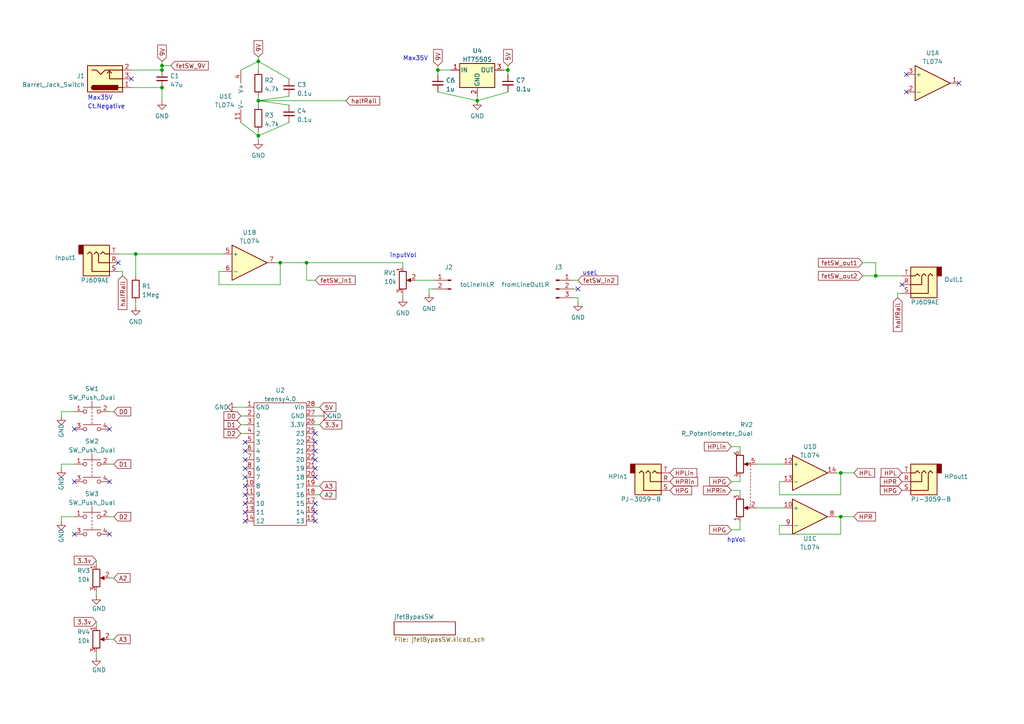
<source format=kicad_sch>
(kicad_sch (version 20211123) (generator eeschema)

  (uuid d01e98dc-a8ea-40e9-bd3e-4790eaad4572)

  (paper "A4")

  (lib_symbols
    (symbol "Amplifier_Operational:TL074" (pin_names (offset 0.127)) (in_bom yes) (on_board yes)
      (property "Reference" "U" (id 0) (at 0 5.08 0)
        (effects (font (size 1.27 1.27)) (justify left))
      )
      (property "Value" "TL074" (id 1) (at 0 -5.08 0)
        (effects (font (size 1.27 1.27)) (justify left))
      )
      (property "Footprint" "" (id 2) (at -1.27 2.54 0)
        (effects (font (size 1.27 1.27)) hide)
      )
      (property "Datasheet" "http://www.ti.com/lit/ds/symlink/tl071.pdf" (id 3) (at 1.27 5.08 0)
        (effects (font (size 1.27 1.27)) hide)
      )
      (property "ki_locked" "" (id 4) (at 0 0 0)
        (effects (font (size 1.27 1.27)))
      )
      (property "ki_keywords" "quad opamp" (id 5) (at 0 0 0)
        (effects (font (size 1.27 1.27)) hide)
      )
      (property "ki_description" "Quad Low-Noise JFET-Input Operational Amplifiers, DIP-14/SOIC-14" (id 6) (at 0 0 0)
        (effects (font (size 1.27 1.27)) hide)
      )
      (property "ki_fp_filters" "SOIC*3.9x8.7mm*P1.27mm* DIP*W7.62mm* TSSOP*4.4x5mm*P0.65mm* SSOP*5.3x6.2mm*P0.65mm* MSOP*3x3mm*P0.5mm*" (id 7) (at 0 0 0)
        (effects (font (size 1.27 1.27)) hide)
      )
      (symbol "TL074_1_1"
        (polyline
          (pts
            (xy -5.08 5.08)
            (xy 5.08 0)
            (xy -5.08 -5.08)
            (xy -5.08 5.08)
          )
          (stroke (width 0.254) (type default) (color 0 0 0 0))
          (fill (type background))
        )
        (pin output line (at 7.62 0 180) (length 2.54)
          (name "~" (effects (font (size 1.27 1.27))))
          (number "1" (effects (font (size 1.27 1.27))))
        )
        (pin input line (at -7.62 -2.54 0) (length 2.54)
          (name "-" (effects (font (size 1.27 1.27))))
          (number "2" (effects (font (size 1.27 1.27))))
        )
        (pin input line (at -7.62 2.54 0) (length 2.54)
          (name "+" (effects (font (size 1.27 1.27))))
          (number "3" (effects (font (size 1.27 1.27))))
        )
      )
      (symbol "TL074_2_1"
        (polyline
          (pts
            (xy -5.08 5.08)
            (xy 5.08 0)
            (xy -5.08 -5.08)
            (xy -5.08 5.08)
          )
          (stroke (width 0.254) (type default) (color 0 0 0 0))
          (fill (type background))
        )
        (pin input line (at -7.62 2.54 0) (length 2.54)
          (name "+" (effects (font (size 1.27 1.27))))
          (number "5" (effects (font (size 1.27 1.27))))
        )
        (pin input line (at -7.62 -2.54 0) (length 2.54)
          (name "-" (effects (font (size 1.27 1.27))))
          (number "6" (effects (font (size 1.27 1.27))))
        )
        (pin output line (at 7.62 0 180) (length 2.54)
          (name "~" (effects (font (size 1.27 1.27))))
          (number "7" (effects (font (size 1.27 1.27))))
        )
      )
      (symbol "TL074_3_1"
        (polyline
          (pts
            (xy -5.08 5.08)
            (xy 5.08 0)
            (xy -5.08 -5.08)
            (xy -5.08 5.08)
          )
          (stroke (width 0.254) (type default) (color 0 0 0 0))
          (fill (type background))
        )
        (pin input line (at -7.62 2.54 0) (length 2.54)
          (name "+" (effects (font (size 1.27 1.27))))
          (number "10" (effects (font (size 1.27 1.27))))
        )
        (pin output line (at 7.62 0 180) (length 2.54)
          (name "~" (effects (font (size 1.27 1.27))))
          (number "8" (effects (font (size 1.27 1.27))))
        )
        (pin input line (at -7.62 -2.54 0) (length 2.54)
          (name "-" (effects (font (size 1.27 1.27))))
          (number "9" (effects (font (size 1.27 1.27))))
        )
      )
      (symbol "TL074_4_1"
        (polyline
          (pts
            (xy -5.08 5.08)
            (xy 5.08 0)
            (xy -5.08 -5.08)
            (xy -5.08 5.08)
          )
          (stroke (width 0.254) (type default) (color 0 0 0 0))
          (fill (type background))
        )
        (pin input line (at -7.62 2.54 0) (length 2.54)
          (name "+" (effects (font (size 1.27 1.27))))
          (number "12" (effects (font (size 1.27 1.27))))
        )
        (pin input line (at -7.62 -2.54 0) (length 2.54)
          (name "-" (effects (font (size 1.27 1.27))))
          (number "13" (effects (font (size 1.27 1.27))))
        )
        (pin output line (at 7.62 0 180) (length 2.54)
          (name "~" (effects (font (size 1.27 1.27))))
          (number "14" (effects (font (size 1.27 1.27))))
        )
      )
      (symbol "TL074_5_1"
        (pin power_in line (at -2.54 -7.62 90) (length 3.81)
          (name "V-" (effects (font (size 1.27 1.27))))
          (number "11" (effects (font (size 1.27 1.27))))
        )
        (pin power_in line (at -2.54 7.62 270) (length 3.81)
          (name "V+" (effects (font (size 1.27 1.27))))
          (number "4" (effects (font (size 1.27 1.27))))
        )
      )
    )
    (symbol "Connector:AudioJack3" (in_bom yes) (on_board yes)
      (property "Reference" "J" (id 0) (at 0 8.89 0)
        (effects (font (size 1.27 1.27)))
      )
      (property "Value" "AudioJack3" (id 1) (at 0 6.35 0)
        (effects (font (size 1.27 1.27)))
      )
      (property "Footprint" "" (id 2) (at 0 0 0)
        (effects (font (size 1.27 1.27)) hide)
      )
      (property "Datasheet" "~" (id 3) (at 0 0 0)
        (effects (font (size 1.27 1.27)) hide)
      )
      (property "ki_keywords" "audio jack receptacle stereo headphones phones TRS connector" (id 4) (at 0 0 0)
        (effects (font (size 1.27 1.27)) hide)
      )
      (property "ki_description" "Audio Jack, 3 Poles (Stereo / TRS)" (id 5) (at 0 0 0)
        (effects (font (size 1.27 1.27)) hide)
      )
      (property "ki_fp_filters" "Jack*" (id 6) (at 0 0 0)
        (effects (font (size 1.27 1.27)) hide)
      )
      (symbol "AudioJack3_0_1"
        (rectangle (start -5.08 -5.08) (end -6.35 -2.54)
          (stroke (width 0.254) (type default) (color 0 0 0 0))
          (fill (type outline))
        )
        (polyline
          (pts
            (xy 0 -2.54)
            (xy 0.635 -3.175)
            (xy 1.27 -2.54)
            (xy 2.54 -2.54)
          )
          (stroke (width 0.254) (type default) (color 0 0 0 0))
          (fill (type none))
        )
        (polyline
          (pts
            (xy -1.905 -2.54)
            (xy -1.27 -3.175)
            (xy -0.635 -2.54)
            (xy -0.635 0)
            (xy 2.54 0)
          )
          (stroke (width 0.254) (type default) (color 0 0 0 0))
          (fill (type none))
        )
        (polyline
          (pts
            (xy 2.54 2.54)
            (xy -2.54 2.54)
            (xy -2.54 -2.54)
            (xy -3.175 -3.175)
            (xy -3.81 -2.54)
          )
          (stroke (width 0.254) (type default) (color 0 0 0 0))
          (fill (type none))
        )
        (rectangle (start 2.54 3.81) (end -5.08 -5.08)
          (stroke (width 0.254) (type default) (color 0 0 0 0))
          (fill (type background))
        )
      )
      (symbol "AudioJack3_1_1"
        (pin passive line (at 5.08 0 180) (length 2.54)
          (name "~" (effects (font (size 1.27 1.27))))
          (number "R" (effects (font (size 1.27 1.27))))
        )
        (pin passive line (at 5.08 2.54 180) (length 2.54)
          (name "~" (effects (font (size 1.27 1.27))))
          (number "S" (effects (font (size 1.27 1.27))))
        )
        (pin passive line (at 5.08 -2.54 180) (length 2.54)
          (name "~" (effects (font (size 1.27 1.27))))
          (number "T" (effects (font (size 1.27 1.27))))
        )
      )
    )
    (symbol "Connector:Barrel_Jack_Switch" (pin_names hide) (in_bom yes) (on_board yes)
      (property "Reference" "J" (id 0) (at 0 5.334 0)
        (effects (font (size 1.27 1.27)))
      )
      (property "Value" "Barrel_Jack_Switch" (id 1) (at 0 -5.08 0)
        (effects (font (size 1.27 1.27)))
      )
      (property "Footprint" "" (id 2) (at 1.27 -1.016 0)
        (effects (font (size 1.27 1.27)) hide)
      )
      (property "Datasheet" "~" (id 3) (at 1.27 -1.016 0)
        (effects (font (size 1.27 1.27)) hide)
      )
      (property "ki_keywords" "DC power barrel jack connector" (id 4) (at 0 0 0)
        (effects (font (size 1.27 1.27)) hide)
      )
      (property "ki_description" "DC Barrel Jack with an internal switch" (id 5) (at 0 0 0)
        (effects (font (size 1.27 1.27)) hide)
      )
      (property "ki_fp_filters" "BarrelJack*" (id 6) (at 0 0 0)
        (effects (font (size 1.27 1.27)) hide)
      )
      (symbol "Barrel_Jack_Switch_0_1"
        (rectangle (start -5.08 3.81) (end 5.08 -3.81)
          (stroke (width 0.254) (type default) (color 0 0 0 0))
          (fill (type background))
        )
        (arc (start -3.302 3.175) (mid -3.937 2.54) (end -3.302 1.905)
          (stroke (width 0.254) (type default) (color 0 0 0 0))
          (fill (type none))
        )
        (arc (start -3.302 3.175) (mid -3.937 2.54) (end -3.302 1.905)
          (stroke (width 0.254) (type default) (color 0 0 0 0))
          (fill (type outline))
        )
        (polyline
          (pts
            (xy 1.27 -2.286)
            (xy 1.905 -1.651)
          )
          (stroke (width 0.254) (type default) (color 0 0 0 0))
          (fill (type none))
        )
        (polyline
          (pts
            (xy 5.08 2.54)
            (xy 3.81 2.54)
          )
          (stroke (width 0.254) (type default) (color 0 0 0 0))
          (fill (type none))
        )
        (polyline
          (pts
            (xy 5.08 0)
            (xy 1.27 0)
            (xy 1.27 -2.286)
            (xy 0.635 -1.651)
          )
          (stroke (width 0.254) (type default) (color 0 0 0 0))
          (fill (type none))
        )
        (polyline
          (pts
            (xy -3.81 -2.54)
            (xy -2.54 -2.54)
            (xy -1.27 -1.27)
            (xy 0 -2.54)
            (xy 2.54 -2.54)
            (xy 5.08 -2.54)
          )
          (stroke (width 0.254) (type default) (color 0 0 0 0))
          (fill (type none))
        )
        (rectangle (start 3.683 3.175) (end -3.302 1.905)
          (stroke (width 0.254) (type default) (color 0 0 0 0))
          (fill (type outline))
        )
      )
      (symbol "Barrel_Jack_Switch_1_1"
        (pin passive line (at 7.62 2.54 180) (length 2.54)
          (name "~" (effects (font (size 1.27 1.27))))
          (number "1" (effects (font (size 1.27 1.27))))
        )
        (pin passive line (at 7.62 -2.54 180) (length 2.54)
          (name "~" (effects (font (size 1.27 1.27))))
          (number "2" (effects (font (size 1.27 1.27))))
        )
        (pin passive line (at 7.62 0 180) (length 2.54)
          (name "~" (effects (font (size 1.27 1.27))))
          (number "3" (effects (font (size 1.27 1.27))))
        )
      )
    )
    (symbol "Connector:Conn_01x02_Male" (pin_names (offset 1.016) hide) (in_bom yes) (on_board yes)
      (property "Reference" "J" (id 0) (at 0 2.54 0)
        (effects (font (size 1.27 1.27)))
      )
      (property "Value" "Conn_01x02_Male" (id 1) (at 0 -5.08 0)
        (effects (font (size 1.27 1.27)))
      )
      (property "Footprint" "" (id 2) (at 0 0 0)
        (effects (font (size 1.27 1.27)) hide)
      )
      (property "Datasheet" "~" (id 3) (at 0 0 0)
        (effects (font (size 1.27 1.27)) hide)
      )
      (property "ki_keywords" "connector" (id 4) (at 0 0 0)
        (effects (font (size 1.27 1.27)) hide)
      )
      (property "ki_description" "Generic connector, single row, 01x02, script generated (kicad-library-utils/schlib/autogen/connector/)" (id 5) (at 0 0 0)
        (effects (font (size 1.27 1.27)) hide)
      )
      (property "ki_fp_filters" "Connector*:*_1x??_*" (id 6) (at 0 0 0)
        (effects (font (size 1.27 1.27)) hide)
      )
      (symbol "Conn_01x02_Male_1_1"
        (polyline
          (pts
            (xy 1.27 -2.54)
            (xy 0.8636 -2.54)
          )
          (stroke (width 0.1524) (type default) (color 0 0 0 0))
          (fill (type none))
        )
        (polyline
          (pts
            (xy 1.27 0)
            (xy 0.8636 0)
          )
          (stroke (width 0.1524) (type default) (color 0 0 0 0))
          (fill (type none))
        )
        (rectangle (start 0.8636 -2.413) (end 0 -2.667)
          (stroke (width 0.1524) (type default) (color 0 0 0 0))
          (fill (type outline))
        )
        (rectangle (start 0.8636 0.127) (end 0 -0.127)
          (stroke (width 0.1524) (type default) (color 0 0 0 0))
          (fill (type outline))
        )
        (pin passive line (at 5.08 0 180) (length 3.81)
          (name "Pin_1" (effects (font (size 1.27 1.27))))
          (number "1" (effects (font (size 1.27 1.27))))
        )
        (pin passive line (at 5.08 -2.54 180) (length 3.81)
          (name "Pin_2" (effects (font (size 1.27 1.27))))
          (number "2" (effects (font (size 1.27 1.27))))
        )
      )
    )
    (symbol "Connector:Conn_01x03_Male" (pin_names (offset 1.016) hide) (in_bom yes) (on_board yes)
      (property "Reference" "J" (id 0) (at 0 5.08 0)
        (effects (font (size 1.27 1.27)))
      )
      (property "Value" "Conn_01x03_Male" (id 1) (at 0 -5.08 0)
        (effects (font (size 1.27 1.27)))
      )
      (property "Footprint" "" (id 2) (at 0 0 0)
        (effects (font (size 1.27 1.27)) hide)
      )
      (property "Datasheet" "~" (id 3) (at 0 0 0)
        (effects (font (size 1.27 1.27)) hide)
      )
      (property "ki_keywords" "connector" (id 4) (at 0 0 0)
        (effects (font (size 1.27 1.27)) hide)
      )
      (property "ki_description" "Generic connector, single row, 01x03, script generated (kicad-library-utils/schlib/autogen/connector/)" (id 5) (at 0 0 0)
        (effects (font (size 1.27 1.27)) hide)
      )
      (property "ki_fp_filters" "Connector*:*_1x??_*" (id 6) (at 0 0 0)
        (effects (font (size 1.27 1.27)) hide)
      )
      (symbol "Conn_01x03_Male_1_1"
        (polyline
          (pts
            (xy 1.27 -2.54)
            (xy 0.8636 -2.54)
          )
          (stroke (width 0.1524) (type default) (color 0 0 0 0))
          (fill (type none))
        )
        (polyline
          (pts
            (xy 1.27 0)
            (xy 0.8636 0)
          )
          (stroke (width 0.1524) (type default) (color 0 0 0 0))
          (fill (type none))
        )
        (polyline
          (pts
            (xy 1.27 2.54)
            (xy 0.8636 2.54)
          )
          (stroke (width 0.1524) (type default) (color 0 0 0 0))
          (fill (type none))
        )
        (rectangle (start 0.8636 -2.413) (end 0 -2.667)
          (stroke (width 0.1524) (type default) (color 0 0 0 0))
          (fill (type outline))
        )
        (rectangle (start 0.8636 0.127) (end 0 -0.127)
          (stroke (width 0.1524) (type default) (color 0 0 0 0))
          (fill (type outline))
        )
        (rectangle (start 0.8636 2.667) (end 0 2.413)
          (stroke (width 0.1524) (type default) (color 0 0 0 0))
          (fill (type outline))
        )
        (pin passive line (at 5.08 2.54 180) (length 3.81)
          (name "Pin_1" (effects (font (size 1.27 1.27))))
          (number "1" (effects (font (size 1.27 1.27))))
        )
        (pin passive line (at 5.08 0 180) (length 3.81)
          (name "Pin_2" (effects (font (size 1.27 1.27))))
          (number "2" (effects (font (size 1.27 1.27))))
        )
        (pin passive line (at 5.08 -2.54 180) (length 3.81)
          (name "Pin_3" (effects (font (size 1.27 1.27))))
          (number "3" (effects (font (size 1.27 1.27))))
        )
      )
    )
    (symbol "Device:C_Small" (pin_numbers hide) (pin_names (offset 0.254) hide) (in_bom yes) (on_board yes)
      (property "Reference" "C" (id 0) (at 0.254 1.778 0)
        (effects (font (size 1.27 1.27)) (justify left))
      )
      (property "Value" "C_Small" (id 1) (at 0.254 -2.032 0)
        (effects (font (size 1.27 1.27)) (justify left))
      )
      (property "Footprint" "" (id 2) (at 0 0 0)
        (effects (font (size 1.27 1.27)) hide)
      )
      (property "Datasheet" "~" (id 3) (at 0 0 0)
        (effects (font (size 1.27 1.27)) hide)
      )
      (property "ki_keywords" "capacitor cap" (id 4) (at 0 0 0)
        (effects (font (size 1.27 1.27)) hide)
      )
      (property "ki_description" "Unpolarized capacitor, small symbol" (id 5) (at 0 0 0)
        (effects (font (size 1.27 1.27)) hide)
      )
      (property "ki_fp_filters" "C_*" (id 6) (at 0 0 0)
        (effects (font (size 1.27 1.27)) hide)
      )
      (symbol "C_Small_0_1"
        (polyline
          (pts
            (xy -1.524 -0.508)
            (xy 1.524 -0.508)
          )
          (stroke (width 0.3302) (type default) (color 0 0 0 0))
          (fill (type none))
        )
        (polyline
          (pts
            (xy -1.524 0.508)
            (xy 1.524 0.508)
          )
          (stroke (width 0.3048) (type default) (color 0 0 0 0))
          (fill (type none))
        )
      )
      (symbol "C_Small_1_1"
        (pin passive line (at 0 2.54 270) (length 2.032)
          (name "~" (effects (font (size 1.27 1.27))))
          (number "1" (effects (font (size 1.27 1.27))))
        )
        (pin passive line (at 0 -2.54 90) (length 2.032)
          (name "~" (effects (font (size 1.27 1.27))))
          (number "2" (effects (font (size 1.27 1.27))))
        )
      )
    )
    (symbol "Device:R" (pin_numbers hide) (pin_names (offset 0)) (in_bom yes) (on_board yes)
      (property "Reference" "R" (id 0) (at 2.032 0 90)
        (effects (font (size 1.27 1.27)))
      )
      (property "Value" "R" (id 1) (at 0 0 90)
        (effects (font (size 1.27 1.27)))
      )
      (property "Footprint" "" (id 2) (at -1.778 0 90)
        (effects (font (size 1.27 1.27)) hide)
      )
      (property "Datasheet" "~" (id 3) (at 0 0 0)
        (effects (font (size 1.27 1.27)) hide)
      )
      (property "ki_keywords" "R res resistor" (id 4) (at 0 0 0)
        (effects (font (size 1.27 1.27)) hide)
      )
      (property "ki_description" "Resistor" (id 5) (at 0 0 0)
        (effects (font (size 1.27 1.27)) hide)
      )
      (property "ki_fp_filters" "R_*" (id 6) (at 0 0 0)
        (effects (font (size 1.27 1.27)) hide)
      )
      (symbol "R_0_1"
        (rectangle (start -1.016 -2.54) (end 1.016 2.54)
          (stroke (width 0.254) (type default) (color 0 0 0 0))
          (fill (type none))
        )
      )
      (symbol "R_1_1"
        (pin passive line (at 0 3.81 270) (length 1.27)
          (name "~" (effects (font (size 1.27 1.27))))
          (number "1" (effects (font (size 1.27 1.27))))
        )
        (pin passive line (at 0 -3.81 90) (length 1.27)
          (name "~" (effects (font (size 1.27 1.27))))
          (number "2" (effects (font (size 1.27 1.27))))
        )
      )
    )
    (symbol "Device:R_Potentiometer" (pin_names (offset 1.016) hide) (in_bom yes) (on_board yes)
      (property "Reference" "RV" (id 0) (at -4.445 0 90)
        (effects (font (size 1.27 1.27)))
      )
      (property "Value" "R_Potentiometer" (id 1) (at -2.54 0 90)
        (effects (font (size 1.27 1.27)))
      )
      (property "Footprint" "" (id 2) (at 0 0 0)
        (effects (font (size 1.27 1.27)) hide)
      )
      (property "Datasheet" "~" (id 3) (at 0 0 0)
        (effects (font (size 1.27 1.27)) hide)
      )
      (property "ki_keywords" "resistor variable" (id 4) (at 0 0 0)
        (effects (font (size 1.27 1.27)) hide)
      )
      (property "ki_description" "Potentiometer" (id 5) (at 0 0 0)
        (effects (font (size 1.27 1.27)) hide)
      )
      (property "ki_fp_filters" "Potentiometer*" (id 6) (at 0 0 0)
        (effects (font (size 1.27 1.27)) hide)
      )
      (symbol "R_Potentiometer_0_1"
        (polyline
          (pts
            (xy 2.54 0)
            (xy 1.524 0)
          )
          (stroke (width 0) (type default) (color 0 0 0 0))
          (fill (type none))
        )
        (polyline
          (pts
            (xy 1.143 0)
            (xy 2.286 0.508)
            (xy 2.286 -0.508)
            (xy 1.143 0)
          )
          (stroke (width 0) (type default) (color 0 0 0 0))
          (fill (type outline))
        )
        (rectangle (start 1.016 2.54) (end -1.016 -2.54)
          (stroke (width 0.254) (type default) (color 0 0 0 0))
          (fill (type none))
        )
      )
      (symbol "R_Potentiometer_1_1"
        (pin passive line (at 0 3.81 270) (length 1.27)
          (name "1" (effects (font (size 1.27 1.27))))
          (number "1" (effects (font (size 1.27 1.27))))
        )
        (pin passive line (at 3.81 0 180) (length 1.27)
          (name "2" (effects (font (size 1.27 1.27))))
          (number "2" (effects (font (size 1.27 1.27))))
        )
        (pin passive line (at 0 -3.81 90) (length 1.27)
          (name "3" (effects (font (size 1.27 1.27))))
          (number "3" (effects (font (size 1.27 1.27))))
        )
      )
    )
    (symbol "Device:R_Potentiometer_Dual" (pin_names (offset 1.016) hide) (in_bom yes) (on_board yes)
      (property "Reference" "RV" (id 0) (at 0 3.81 0)
        (effects (font (size 1.27 1.27)))
      )
      (property "Value" "R_Potentiometer_Dual" (id 1) (at 0 1.905 0)
        (effects (font (size 1.27 1.27)))
      )
      (property "Footprint" "" (id 2) (at 6.35 -1.905 0)
        (effects (font (size 1.27 1.27)) hide)
      )
      (property "Datasheet" "~" (id 3) (at 6.35 -1.905 0)
        (effects (font (size 1.27 1.27)) hide)
      )
      (property "ki_keywords" "resistor variable" (id 4) (at 0 0 0)
        (effects (font (size 1.27 1.27)) hide)
      )
      (property "ki_description" "Dual potentiometer" (id 5) (at 0 0 0)
        (effects (font (size 1.27 1.27)) hide)
      )
      (property "ki_fp_filters" "Potentiometer*" (id 6) (at 0 0 0)
        (effects (font (size 1.27 1.27)) hide)
      )
      (symbol "R_Potentiometer_Dual_0_1"
        (rectangle (start -8.89 -1.524) (end -3.81 -3.556)
          (stroke (width 0.254) (type default) (color 0 0 0 0))
          (fill (type none))
        )
        (polyline
          (pts
            (xy -6.35 0)
            (xy -6.35 -1.016)
          )
          (stroke (width 0) (type default) (color 0 0 0 0))
          (fill (type none))
        )
        (polyline
          (pts
            (xy -6.35 0)
            (xy -6.35 -1.016)
          )
          (stroke (width 0) (type default) (color 0 0 0 0))
          (fill (type none))
        )
        (polyline
          (pts
            (xy -6.35 0)
            (xy -5.842 0.508)
          )
          (stroke (width 0) (type default) (color 0 0 0 0))
          (fill (type none))
        )
        (polyline
          (pts
            (xy -5.588 0.508)
            (xy -5.08 0.508)
          )
          (stroke (width 0) (type default) (color 0 0 0 0))
          (fill (type none))
        )
        (polyline
          (pts
            (xy -4.572 0.508)
            (xy -4.064 0.508)
          )
          (stroke (width 0) (type default) (color 0 0 0 0))
          (fill (type none))
        )
        (polyline
          (pts
            (xy -3.556 0.508)
            (xy -3.048 0.508)
          )
          (stroke (width 0) (type default) (color 0 0 0 0))
          (fill (type none))
        )
        (polyline
          (pts
            (xy -2.54 0.508)
            (xy -2.032 0.508)
          )
          (stroke (width 0) (type default) (color 0 0 0 0))
          (fill (type none))
        )
        (polyline
          (pts
            (xy -1.524 0.508)
            (xy -1.016 0.508)
          )
          (stroke (width 0) (type default) (color 0 0 0 0))
          (fill (type none))
        )
        (polyline
          (pts
            (xy -0.508 0.508)
            (xy 0 0.508)
          )
          (stroke (width 0) (type default) (color 0 0 0 0))
          (fill (type none))
        )
        (polyline
          (pts
            (xy 0.508 0.508)
            (xy 1.016 0.508)
          )
          (stroke (width 0) (type default) (color 0 0 0 0))
          (fill (type none))
        )
        (polyline
          (pts
            (xy 1.524 0.508)
            (xy 2.032 0.508)
          )
          (stroke (width 0) (type default) (color 0 0 0 0))
          (fill (type none))
        )
        (polyline
          (pts
            (xy 2.54 0.508)
            (xy 3.048 0.508)
          )
          (stroke (width 0) (type default) (color 0 0 0 0))
          (fill (type none))
        )
        (polyline
          (pts
            (xy 3.556 0.508)
            (xy 4.064 0.508)
          )
          (stroke (width 0) (type default) (color 0 0 0 0))
          (fill (type none))
        )
        (polyline
          (pts
            (xy 4.572 0.508)
            (xy 5.08 0.508)
          )
          (stroke (width 0) (type default) (color 0 0 0 0))
          (fill (type none))
        )
        (polyline
          (pts
            (xy 5.588 0.508)
            (xy 6.096 0.508)
          )
          (stroke (width 0) (type default) (color 0 0 0 0))
          (fill (type none))
        )
        (polyline
          (pts
            (xy 6.35 0)
            (xy 6.35 -1.016)
          )
          (stroke (width 0) (type default) (color 0 0 0 0))
          (fill (type none))
        )
        (polyline
          (pts
            (xy 6.35 0)
            (xy 6.35 -1.016)
          )
          (stroke (width 0) (type default) (color 0 0 0 0))
          (fill (type none))
        )
        (polyline
          (pts
            (xy 6.604 0.508)
            (xy 6.858 0.508)
            (xy 6.35 0)
          )
          (stroke (width 0) (type default) (color 0 0 0 0))
          (fill (type none))
        )
        (polyline
          (pts
            (xy -6.35 -1.397)
            (xy -6.858 -0.254)
            (xy -5.842 -0.254)
            (xy -6.35 -1.397)
          )
          (stroke (width 0) (type default) (color 0 0 0 0))
          (fill (type outline))
        )
        (polyline
          (pts
            (xy 6.35 -1.397)
            (xy 5.842 -0.254)
            (xy 6.858 -0.254)
            (xy 6.35 -1.397)
          )
          (stroke (width 0) (type default) (color 0 0 0 0))
          (fill (type outline))
        )
        (rectangle (start 3.81 -1.524) (end 8.89 -3.556)
          (stroke (width 0.254) (type default) (color 0 0 0 0))
          (fill (type none))
        )
      )
      (symbol "R_Potentiometer_Dual_1_1"
        (pin passive line (at -10.16 -2.54 0) (length 1.27)
          (name "1" (effects (font (size 1.27 1.27))))
          (number "1" (effects (font (size 1.27 1.27))))
        )
        (pin passive line (at -6.35 2.54 270) (length 2.54)
          (name "2" (effects (font (size 1.27 1.27))))
          (number "2" (effects (font (size 1.27 1.27))))
        )
        (pin passive line (at -2.54 -2.54 180) (length 1.27)
          (name "3" (effects (font (size 1.27 1.27))))
          (number "3" (effects (font (size 1.27 1.27))))
        )
        (pin passive line (at 2.54 -2.54 0) (length 1.27)
          (name "4" (effects (font (size 1.27 1.27))))
          (number "4" (effects (font (size 1.27 1.27))))
        )
        (pin passive line (at 6.35 2.54 270) (length 2.54)
          (name "5" (effects (font (size 1.27 1.27))))
          (number "5" (effects (font (size 1.27 1.27))))
        )
        (pin passive line (at 10.16 -2.54 180) (length 1.27)
          (name "6" (effects (font (size 1.27 1.27))))
          (number "6" (effects (font (size 1.27 1.27))))
        )
      )
    )
    (symbol "Regulator_Linear:L7805" (pin_names (offset 0.254)) (in_bom yes) (on_board yes)
      (property "Reference" "U" (id 0) (at -3.81 3.175 0)
        (effects (font (size 1.27 1.27)))
      )
      (property "Value" "L7805" (id 1) (at 0 3.175 0)
        (effects (font (size 1.27 1.27)) (justify left))
      )
      (property "Footprint" "" (id 2) (at 0.635 -3.81 0)
        (effects (font (size 1.27 1.27) italic) (justify left) hide)
      )
      (property "Datasheet" "http://www.st.com/content/ccc/resource/technical/document/datasheet/41/4f/b3/b0/12/d4/47/88/CD00000444.pdf/files/CD00000444.pdf/jcr:content/translations/en.CD00000444.pdf" (id 3) (at 0 -1.27 0)
        (effects (font (size 1.27 1.27)) hide)
      )
      (property "ki_keywords" "Voltage Regulator 1.5A Positive" (id 4) (at 0 0 0)
        (effects (font (size 1.27 1.27)) hide)
      )
      (property "ki_description" "Positive 1.5A 35V Linear Regulator, Fixed Output 5V, TO-220/TO-263/TO-252" (id 5) (at 0 0 0)
        (effects (font (size 1.27 1.27)) hide)
      )
      (property "ki_fp_filters" "TO?252* TO?263* TO?220*" (id 6) (at 0 0 0)
        (effects (font (size 1.27 1.27)) hide)
      )
      (symbol "L7805_0_1"
        (rectangle (start -5.08 1.905) (end 5.08 -5.08)
          (stroke (width 0.254) (type default) (color 0 0 0 0))
          (fill (type background))
        )
      )
      (symbol "L7805_1_1"
        (pin power_in line (at -7.62 0 0) (length 2.54)
          (name "IN" (effects (font (size 1.27 1.27))))
          (number "1" (effects (font (size 1.27 1.27))))
        )
        (pin power_in line (at 0 -7.62 90) (length 2.54)
          (name "GND" (effects (font (size 1.27 1.27))))
          (number "2" (effects (font (size 1.27 1.27))))
        )
        (pin power_out line (at 7.62 0 180) (length 2.54)
          (name "OUT" (effects (font (size 1.27 1.27))))
          (number "3" (effects (font (size 1.27 1.27))))
        )
      )
    )
    (symbol "Switch:SW_Push_Dual" (pin_names (offset 1.016) hide) (in_bom yes) (on_board yes)
      (property "Reference" "SW" (id 0) (at 1.27 2.54 0)
        (effects (font (size 1.27 1.27)) (justify left))
      )
      (property "Value" "SW_Push_Dual" (id 1) (at 0 -6.858 0)
        (effects (font (size 1.27 1.27)))
      )
      (property "Footprint" "" (id 2) (at 0 5.08 0)
        (effects (font (size 1.27 1.27)) hide)
      )
      (property "Datasheet" "~" (id 3) (at 0 5.08 0)
        (effects (font (size 1.27 1.27)) hide)
      )
      (property "ki_keywords" "switch normally-open pushbutton push-button" (id 4) (at 0 0 0)
        (effects (font (size 1.27 1.27)) hide)
      )
      (property "ki_description" "Push button switch, generic, symbol, four pins" (id 5) (at 0 0 0)
        (effects (font (size 1.27 1.27)) hide)
      )
      (symbol "SW_Push_Dual_0_1"
        (circle (center -2.032 -5.08) (radius 0.508)
          (stroke (width 0) (type default) (color 0 0 0 0))
          (fill (type none))
        )
        (circle (center -2.032 0) (radius 0.508)
          (stroke (width 0) (type default) (color 0 0 0 0))
          (fill (type none))
        )
        (polyline
          (pts
            (xy 0 -3.048)
            (xy 0 -3.556)
          )
          (stroke (width 0) (type default) (color 0 0 0 0))
          (fill (type none))
        )
        (polyline
          (pts
            (xy 0 -2.032)
            (xy 0 -2.54)
          )
          (stroke (width 0) (type default) (color 0 0 0 0))
          (fill (type none))
        )
        (polyline
          (pts
            (xy 0 -1.524)
            (xy 0 -1.016)
          )
          (stroke (width 0) (type default) (color 0 0 0 0))
          (fill (type none))
        )
        (polyline
          (pts
            (xy 0 -0.508)
            (xy 0 0)
          )
          (stroke (width 0) (type default) (color 0 0 0 0))
          (fill (type none))
        )
        (polyline
          (pts
            (xy 0 0.508)
            (xy 0 1.016)
          )
          (stroke (width 0) (type default) (color 0 0 0 0))
          (fill (type none))
        )
        (polyline
          (pts
            (xy 0 1.27)
            (xy 0 3.048)
          )
          (stroke (width 0) (type default) (color 0 0 0 0))
          (fill (type none))
        )
        (polyline
          (pts
            (xy 2.54 -3.81)
            (xy -2.54 -3.81)
          )
          (stroke (width 0) (type default) (color 0 0 0 0))
          (fill (type none))
        )
        (polyline
          (pts
            (xy 2.54 1.27)
            (xy -2.54 1.27)
          )
          (stroke (width 0) (type default) (color 0 0 0 0))
          (fill (type none))
        )
        (circle (center 2.032 -5.08) (radius 0.508)
          (stroke (width 0) (type default) (color 0 0 0 0))
          (fill (type none))
        )
        (circle (center 2.032 0) (radius 0.508)
          (stroke (width 0) (type default) (color 0 0 0 0))
          (fill (type none))
        )
        (pin passive line (at -5.08 0 0) (length 2.54)
          (name "1" (effects (font (size 1.27 1.27))))
          (number "1" (effects (font (size 1.27 1.27))))
        )
        (pin passive line (at 5.08 0 180) (length 2.54)
          (name "2" (effects (font (size 1.27 1.27))))
          (number "2" (effects (font (size 1.27 1.27))))
        )
        (pin passive line (at -5.08 -5.08 0) (length 2.54)
          (name "3" (effects (font (size 1.27 1.27))))
          (number "3" (effects (font (size 1.27 1.27))))
        )
        (pin passive line (at 5.08 -5.08 180) (length 2.54)
          (name "4" (effects (font (size 1.27 1.27))))
          (number "4" (effects (font (size 1.27 1.27))))
        )
      )
    )
    (symbol "mysymbols:teensy4.0" (in_bom yes) (on_board yes)
      (property "Reference" "U" (id 0) (at 0 1.27 0)
        (effects (font (size 1.27 1.27)))
      )
      (property "Value" "teensy4.0" (id 1) (at 0 -1.27 0)
        (effects (font (size 1.27 1.27)))
      )
      (property "Footprint" "" (id 2) (at 0 0 0)
        (effects (font (size 1.27 1.27)) hide)
      )
      (property "Datasheet" "" (id 3) (at 0 0 0)
        (effects (font (size 1.27 1.27)) hide)
      )
      (symbol "teensy4.0_0_1"
        (rectangle (start -7.62 16.51) (end 7.62 -19.05)
          (stroke (width 0.1524) (type default) (color 0 0 0 0))
          (fill (type none))
        )
      )
      (symbol "teensy4.0_1_1"
        (pin power_in line (at -10.16 15.24 0) (length 2.54)
          (name "GND" (effects (font (size 1.27 1.27))))
          (number "1" (effects (font (size 1.27 1.27))))
        )
        (pin bidirectional line (at -10.16 -7.62 0) (length 2.54)
          (name "8" (effects (font (size 1.27 1.27))))
          (number "10" (effects (font (size 1.27 1.27))))
        )
        (pin bidirectional line (at -10.16 -10.16 0) (length 2.54)
          (name "9" (effects (font (size 1.27 1.27))))
          (number "11" (effects (font (size 1.27 1.27))))
        )
        (pin bidirectional line (at -10.16 -12.7 0) (length 2.54)
          (name "10" (effects (font (size 1.27 1.27))))
          (number "12" (effects (font (size 1.27 1.27))))
        )
        (pin bidirectional line (at -10.16 -15.24 0) (length 2.54)
          (name "11" (effects (font (size 1.27 1.27))))
          (number "13" (effects (font (size 1.27 1.27))))
        )
        (pin bidirectional line (at -10.16 -17.78 0) (length 2.54)
          (name "12" (effects (font (size 1.27 1.27))))
          (number "14" (effects (font (size 1.27 1.27))))
        )
        (pin bidirectional line (at 10.16 -17.78 180) (length 2.54)
          (name "13" (effects (font (size 1.27 1.27))))
          (number "15" (effects (font (size 1.27 1.27))))
        )
        (pin bidirectional line (at 10.16 -15.24 180) (length 2.54)
          (name "14" (effects (font (size 1.27 1.27))))
          (number "16" (effects (font (size 1.27 1.27))))
        )
        (pin bidirectional line (at 10.16 -12.7 180) (length 2.54)
          (name "15" (effects (font (size 1.27 1.27))))
          (number "17" (effects (font (size 1.27 1.27))))
        )
        (pin bidirectional line (at 10.16 -10.16 180) (length 2.54)
          (name "16" (effects (font (size 1.27 1.27))))
          (number "18" (effects (font (size 1.27 1.27))))
        )
        (pin bidirectional line (at 10.16 -7.62 180) (length 2.54)
          (name "17" (effects (font (size 1.27 1.27))))
          (number "19" (effects (font (size 1.27 1.27))))
        )
        (pin bidirectional line (at -10.16 12.7 0) (length 2.54)
          (name "0" (effects (font (size 1.27 1.27))))
          (number "2" (effects (font (size 1.27 1.27))))
        )
        (pin bidirectional line (at 10.16 -5.08 180) (length 2.54)
          (name "18" (effects (font (size 1.27 1.27))))
          (number "20" (effects (font (size 1.27 1.27))))
        )
        (pin bidirectional line (at 10.16 -2.54 180) (length 2.54)
          (name "19" (effects (font (size 1.27 1.27))))
          (number "21" (effects (font (size 1.27 1.27))))
        )
        (pin bidirectional line (at 10.16 0 180) (length 2.54)
          (name "20" (effects (font (size 1.27 1.27))))
          (number "22" (effects (font (size 1.27 1.27))))
        )
        (pin bidirectional line (at 10.16 2.54 180) (length 2.54)
          (name "21" (effects (font (size 1.27 1.27))))
          (number "23" (effects (font (size 1.27 1.27))))
        )
        (pin power_out line (at 10.16 5.08 180) (length 2.54)
          (name "22" (effects (font (size 1.27 1.27))))
          (number "24" (effects (font (size 1.27 1.27))))
        )
        (pin power_out line (at 10.16 7.62 180) (length 2.54)
          (name "23" (effects (font (size 1.27 1.27))))
          (number "25" (effects (font (size 1.27 1.27))))
        )
        (pin power_out line (at 10.16 10.16 180) (length 2.54)
          (name "3.3V" (effects (font (size 1.27 1.27))))
          (number "26" (effects (font (size 1.27 1.27))))
        )
        (pin power_in line (at 10.16 12.7 180) (length 2.54)
          (name "GND" (effects (font (size 1.27 1.27))))
          (number "27" (effects (font (size 1.27 1.27))))
        )
        (pin power_in line (at 10.16 15.24 180) (length 2.54)
          (name "Vin" (effects (font (size 1.27 1.27))))
          (number "28" (effects (font (size 1.27 1.27))))
        )
        (pin bidirectional line (at -10.16 10.16 0) (length 2.54)
          (name "1" (effects (font (size 1.27 1.27))))
          (number "3" (effects (font (size 1.27 1.27))))
        )
        (pin bidirectional line (at -10.16 7.62 0) (length 2.54)
          (name "2" (effects (font (size 1.27 1.27))))
          (number "4" (effects (font (size 1.27 1.27))))
        )
        (pin bidirectional line (at -10.16 5.08 0) (length 2.54)
          (name "3" (effects (font (size 1.27 1.27))))
          (number "5" (effects (font (size 1.27 1.27))))
        )
        (pin bidirectional line (at -10.16 2.54 0) (length 2.54)
          (name "4" (effects (font (size 1.27 1.27))))
          (number "6" (effects (font (size 1.27 1.27))))
        )
        (pin bidirectional line (at -10.16 0 0) (length 2.54)
          (name "5" (effects (font (size 1.27 1.27))))
          (number "7" (effects (font (size 1.27 1.27))))
        )
        (pin bidirectional line (at -10.16 -2.54 0) (length 2.54)
          (name "6" (effects (font (size 1.27 1.27))))
          (number "8" (effects (font (size 1.27 1.27))))
        )
        (pin bidirectional line (at -10.16 -5.08 0) (length 2.54)
          (name "7" (effects (font (size 1.27 1.27))))
          (number "9" (effects (font (size 1.27 1.27))))
        )
      )
    )
    (symbol "power:GND" (power) (pin_names (offset 0)) (in_bom yes) (on_board yes)
      (property "Reference" "#PWR" (id 0) (at 0 -6.35 0)
        (effects (font (size 1.27 1.27)) hide)
      )
      (property "Value" "GND" (id 1) (at 0 -3.81 0)
        (effects (font (size 1.27 1.27)))
      )
      (property "Footprint" "" (id 2) (at 0 0 0)
        (effects (font (size 1.27 1.27)) hide)
      )
      (property "Datasheet" "" (id 3) (at 0 0 0)
        (effects (font (size 1.27 1.27)) hide)
      )
      (property "ki_keywords" "power-flag" (id 4) (at 0 0 0)
        (effects (font (size 1.27 1.27)) hide)
      )
      (property "ki_description" "Power symbol creates a global label with name \"GND\" , ground" (id 5) (at 0 0 0)
        (effects (font (size 1.27 1.27)) hide)
      )
      (symbol "GND_0_1"
        (polyline
          (pts
            (xy 0 0)
            (xy 0 -1.27)
            (xy 1.27 -1.27)
            (xy 0 -2.54)
            (xy -1.27 -1.27)
            (xy 0 -1.27)
          )
          (stroke (width 0) (type default) (color 0 0 0 0))
          (fill (type none))
        )
      )
      (symbol "GND_1_1"
        (pin power_in line (at 0 0 270) (length 0) hide
          (name "GND" (effects (font (size 1.27 1.27))))
          (number "1" (effects (font (size 1.27 1.27))))
        )
      )
    )
  )

  (junction (at 147.32 20.32) (diameter 0) (color 0 0 0 0)
    (uuid 0da25c6e-f603-4577-ab93-6e748db300aa)
  )
  (junction (at 243.84 149.86) (diameter 0) (color 0 0 0 0)
    (uuid 1521212c-883d-41bd-a441-53012248b44f)
  )
  (junction (at 127 20.32) (diameter 0) (color 0 0 0 0)
    (uuid 174f4ff7-83d2-4cb7-a8c1-b8ef8c417cbf)
  )
  (junction (at 74.93 29.21) (diameter 0) (color 0 0 0 0)
    (uuid 3fa53d16-6a05-45c1-82f6-490eeb6ec226)
  )
  (junction (at 74.93 39.37) (diameter 0) (color 0 0 0 0)
    (uuid 4280458e-9de0-480d-8e0a-5b2bfd7e1838)
  )
  (junction (at 81.28 76.2) (diameter 0) (color 0 0 0 0)
    (uuid 43434fa9-8427-4f1f-a0f9-6ca70a1a2c56)
  )
  (junction (at 243.84 137.16) (diameter 0) (color 0 0 0 0)
    (uuid 483f1d47-57a6-4a3c-befe-1f12c6a5bcc2)
  )
  (junction (at 46.99 20.32) (diameter 0) (color 0 0 0 0)
    (uuid 4f531ff5-917b-4ee2-8c2f-ac1f7a251b37)
  )
  (junction (at 254 80.01) (diameter 0) (color 0 0 0 0)
    (uuid 568f279d-3066-44b6-8933-e379add8ac32)
  )
  (junction (at 88.9 76.2) (diameter 0) (color 0 0 0 0)
    (uuid 65cd2d70-e400-45be-9ae0-ed2debdc55d2)
  )
  (junction (at 39.37 73.66) (diameter 0) (color 0 0 0 0)
    (uuid 71d85238-2408-4eaa-b5ab-ffacf5deb0da)
  )
  (junction (at 74.93 17.78) (diameter 0) (color 0 0 0 0)
    (uuid 7e35b44c-7492-4aa4-bbf7-9ed6bca066fe)
  )
  (junction (at 46.99 19.05) (diameter 0) (color 0 0 0 0)
    (uuid 8ed5fa14-7bff-4b76-85cc-bad2985561b8)
  )
  (junction (at 138.43 29.21) (diameter 0) (color 0 0 0 0)
    (uuid b97da8aa-3388-4a53-9553-942da407f3a3)
  )
  (junction (at 46.99 25.4) (diameter 0) (color 0 0 0 0)
    (uuid cc323b1a-3e91-4c0e-aa7f-c8d9df406acc)
  )

  (no_connect (at 21.59 139.7) (uuid 0d913d63-d630-4976-84d8-4a1218cada52))
  (no_connect (at 31.75 139.7) (uuid 33d4b9e5-fcb8-4348-b494-ba6619e8b27f))
  (no_connect (at 167.64 83.82) (uuid 4a9ae920-7010-4017-a5f8-c95b9146a703))
  (no_connect (at 31.75 154.94) (uuid 5a1fdace-c93a-4218-b4bb-bb099d92e4bb))
  (no_connect (at 91.44 151.13) (uuid 7a30ac23-dd9b-45c4-b379-afe710d73c3f))
  (no_connect (at 91.44 128.27) (uuid 7e7fba78-63c3-4fef-8ce8-690db660e6e1))
  (no_connect (at 38.1 22.86) (uuid a0449228-4157-4c77-9517-ee30b77d12ee))
  (no_connect (at 21.59 124.46) (uuid ac4f94a5-fac0-4d47-9977-d4de9406d3fe))
  (no_connect (at 31.75 124.46) (uuid ac4f94a5-fac0-4d47-9977-d4de9406d3ff))
  (no_connect (at 261.62 82.55) (uuid ae2d7b7c-7476-45bc-b86c-d54eb6626892))
  (no_connect (at 71.12 130.81) (uuid b04a6760-e0b0-4f68-8633-4ddd5e35c8f6))
  (no_connect (at 71.12 128.27) (uuid b04a6760-e0b0-4f68-8633-4ddd5e35c8f7))
  (no_connect (at 71.12 143.51) (uuid b04a6760-e0b0-4f68-8633-4ddd5e35c8fc))
  (no_connect (at 71.12 146.05) (uuid b04a6760-e0b0-4f68-8633-4ddd5e35c8fd))
  (no_connect (at 71.12 148.59) (uuid b04a6760-e0b0-4f68-8633-4ddd5e35c8fe))
  (no_connect (at 71.12 151.13) (uuid b04a6760-e0b0-4f68-8633-4ddd5e35c8ff))
  (no_connect (at 71.12 135.89) (uuid b04a6760-e0b0-4f68-8633-4ddd5e35c900))
  (no_connect (at 71.12 133.35) (uuid b04a6760-e0b0-4f68-8633-4ddd5e35c901))
  (no_connect (at 91.44 130.81) (uuid bec85439-6104-456b-a189-a961ee35bba4))
  (no_connect (at 91.44 133.35) (uuid bec85439-6104-456b-a189-a961ee35bba5))
  (no_connect (at 91.44 135.89) (uuid bec85439-6104-456b-a189-a961ee35bba6))
  (no_connect (at 91.44 138.43) (uuid bec85439-6104-456b-a189-a961ee35bba7))
  (no_connect (at 71.12 140.97) (uuid bec85439-6104-456b-a189-a961ee35bba8))
  (no_connect (at 71.12 138.43) (uuid bec85439-6104-456b-a189-a961ee35bba9))
  (no_connect (at 91.44 125.73) (uuid c04bfabb-9f82-4cb3-aacd-5024ca395651))
  (no_connect (at 91.44 146.05) (uuid cc1c3902-0d84-4ae8-b1b0-2fdbe08ffe28))
  (no_connect (at 91.44 148.59) (uuid e9ee742a-147a-497b-a341-e9b0306b5f3b))
  (no_connect (at 34.29 76.2) (uuid f3ed9a35-4218-4bfa-bc92-e56f106ee5a9))
  (no_connect (at 278.13 24.13) (uuid fc9bfdb3-9998-4d3e-8ce9-5326eb09b0e7))
  (no_connect (at 262.89 21.59) (uuid fc9bfdb3-9998-4d3e-8ce9-5326eb09b0e8))
  (no_connect (at 262.89 26.67) (uuid fc9bfdb3-9998-4d3e-8ce9-5326eb09b0e9))
  (no_connect (at 21.59 154.94) (uuid fd4541b1-4280-4a44-a5c6-38caf41854a5))

  (wire (pts (xy 100.33 29.21) (xy 74.93 29.21))
    (stroke (width 0) (type default) (color 0 0 0 0))
    (uuid 06152ffb-e7ad-4276-bcec-0b3506f45ed9)
  )
  (wire (pts (xy 214.63 153.67) (xy 212.09 153.67))
    (stroke (width 0) (type default) (color 0 0 0 0))
    (uuid 062a7f77-e4ce-49ae-b968-204f8edac173)
  )
  (wire (pts (xy 74.93 29.21) (xy 74.93 27.94))
    (stroke (width 0) (type default) (color 0 0 0 0))
    (uuid 0a120882-49b6-449c-ad87-f75acab9942e)
  )
  (wire (pts (xy 63.5 78.74) (xy 63.5 82.55))
    (stroke (width 0) (type default) (color 0 0 0 0))
    (uuid 0a20d132-b58c-4937-b72b-1d7d3bd2583d)
  )
  (wire (pts (xy 46.99 19.05) (xy 46.99 20.32))
    (stroke (width 0) (type default) (color 0 0 0 0))
    (uuid 0aa72027-8088-4beb-a9b1-30b5bd3a1316)
  )
  (wire (pts (xy 254 76.2) (xy 254 80.01))
    (stroke (width 0) (type default) (color 0 0 0 0))
    (uuid 0b2464e3-3fee-4bf6-a94e-35419a8b43d8)
  )
  (wire (pts (xy 212.09 129.54) (xy 214.63 129.54))
    (stroke (width 0) (type default) (color 0 0 0 0))
    (uuid 171d9318-6998-48d7-8c49-e9c585c11e25)
  )
  (wire (pts (xy 214.63 142.24) (xy 214.63 143.51))
    (stroke (width 0) (type default) (color 0 0 0 0))
    (uuid 1883f5ce-d321-4404-8eb0-e4d33cac5d51)
  )
  (wire (pts (xy 227.33 147.32) (xy 219.71 147.32))
    (stroke (width 0) (type default) (color 0 0 0 0))
    (uuid 1989a96e-071c-444b-b2fc-26b552ac200c)
  )
  (wire (pts (xy 166.37 83.82) (xy 167.64 83.82))
    (stroke (width 0) (type default) (color 0 0 0 0))
    (uuid 1b0225f5-4f4f-4e15-b8b2-0213defcc42a)
  )
  (wire (pts (xy 226.06 143.51) (xy 243.84 143.51))
    (stroke (width 0) (type default) (color 0 0 0 0))
    (uuid 209022a4-46a8-40d3-b84f-2e3eebe8141e)
  )
  (wire (pts (xy 116.84 76.2) (xy 116.84 77.47))
    (stroke (width 0) (type default) (color 0 0 0 0))
    (uuid 214203fb-a2be-4573-af57-d9f9ad0aebed)
  )
  (wire (pts (xy 91.44 140.97) (xy 92.71 140.97))
    (stroke (width 0) (type default) (color 0 0 0 0))
    (uuid 22c5ba5e-e3fb-4eee-93a8-011754983e9c)
  )
  (wire (pts (xy 46.99 19.05) (xy 49.53 19.05))
    (stroke (width 0) (type default) (color 0 0 0 0))
    (uuid 24cb0588-06e8-4fe1-9c00-e569074ace7b)
  )
  (wire (pts (xy 227.33 152.4) (xy 226.06 152.4))
    (stroke (width 0) (type default) (color 0 0 0 0))
    (uuid 270382db-c3d6-4cc5-b079-0340d74c9e7c)
  )
  (wire (pts (xy 69.85 35.56) (xy 74.93 39.37))
    (stroke (width 0) (type default) (color 0 0 0 0))
    (uuid 289c4615-0045-4555-bf95-628f12bd4544)
  )
  (wire (pts (xy 124.46 85.09) (xy 124.46 83.82))
    (stroke (width 0) (type default) (color 0 0 0 0))
    (uuid 2aa0f1c3-c05b-4ef0-bed8-76a4f173a80c)
  )
  (wire (pts (xy 74.93 39.37) (xy 74.93 40.64))
    (stroke (width 0) (type default) (color 0 0 0 0))
    (uuid 2f07ee00-edc4-40c8-a2a8-e3734ddf20c6)
  )
  (wire (pts (xy 227.33 139.7) (xy 226.06 139.7))
    (stroke (width 0) (type default) (color 0 0 0 0))
    (uuid 3449e2a7-848d-48bb-93b5-2abcc8dcdd47)
  )
  (wire (pts (xy 17.78 151.13) (xy 17.78 149.86))
    (stroke (width 0) (type default) (color 0 0 0 0))
    (uuid 3466d95a-8a63-4676-861c-12edd49c83e4)
  )
  (wire (pts (xy 31.75 185.42) (xy 33.02 185.42))
    (stroke (width 0) (type default) (color 0 0 0 0))
    (uuid 3529cc6b-40dc-475c-bd78-c79f72f603af)
  )
  (wire (pts (xy 167.64 86.36) (xy 167.64 87.63))
    (stroke (width 0) (type default) (color 0 0 0 0))
    (uuid 3570c971-1449-4770-a2f3-891f97583be7)
  )
  (wire (pts (xy 166.37 86.36) (xy 167.64 86.36))
    (stroke (width 0) (type default) (color 0 0 0 0))
    (uuid 3e11f2fc-415e-4f8c-899b-680abeeae7b0)
  )
  (wire (pts (xy 91.44 143.51) (xy 92.71 143.51))
    (stroke (width 0) (type default) (color 0 0 0 0))
    (uuid 3e6421d9-8a9e-42f3-ba28-c1c235d71d4e)
  )
  (wire (pts (xy 17.78 119.38) (xy 21.59 119.38))
    (stroke (width 0) (type default) (color 0 0 0 0))
    (uuid 3ef4be7e-da70-4063-8858-8db594acae10)
  )
  (wire (pts (xy 69.85 123.19) (xy 71.12 123.19))
    (stroke (width 0) (type default) (color 0 0 0 0))
    (uuid 41346065-7a62-4291-9849-6480bd8cb03c)
  )
  (wire (pts (xy 81.28 76.2) (xy 88.9 76.2))
    (stroke (width 0) (type default) (color 0 0 0 0))
    (uuid 43872a03-d505-4d31-b52a-a52d6f1a8b9e)
  )
  (wire (pts (xy 74.93 17.78) (xy 69.85 20.32))
    (stroke (width 0) (type default) (color 0 0 0 0))
    (uuid 4a3cbaa5-a773-4af7-8378-74e3609a3a1b)
  )
  (wire (pts (xy 120.65 81.28) (xy 125.73 81.28))
    (stroke (width 0) (type default) (color 0 0 0 0))
    (uuid 4d6c8174-e1fa-4f87-bd69-58b25e59f4df)
  )
  (wire (pts (xy 147.32 20.32) (xy 146.05 20.32))
    (stroke (width 0) (type default) (color 0 0 0 0))
    (uuid 4e429545-18d5-443c-883d-691af00abbd6)
  )
  (wire (pts (xy 64.77 78.74) (xy 63.5 78.74))
    (stroke (width 0) (type default) (color 0 0 0 0))
    (uuid 4e574db3-e300-4f5a-9ded-70745bd5da9b)
  )
  (wire (pts (xy 91.44 123.19) (xy 92.71 123.19))
    (stroke (width 0) (type default) (color 0 0 0 0))
    (uuid 4f0330ff-a311-4a63-b2ec-a478fd4addaa)
  )
  (wire (pts (xy 91.44 120.65) (xy 92.71 120.65))
    (stroke (width 0) (type default) (color 0 0 0 0))
    (uuid 5191830f-f19b-4d43-a589-1fb5453a6723)
  )
  (wire (pts (xy 27.94 171.45) (xy 27.94 172.72))
    (stroke (width 0) (type default) (color 0 0 0 0))
    (uuid 535943b3-080f-4f07-bd90-ac8dea662144)
  )
  (wire (pts (xy 214.63 138.43) (xy 214.63 139.7))
    (stroke (width 0) (type default) (color 0 0 0 0))
    (uuid 5406c2ff-b7f4-40cc-907c-860817c95762)
  )
  (wire (pts (xy 69.85 120.65) (xy 71.12 120.65))
    (stroke (width 0) (type default) (color 0 0 0 0))
    (uuid 5514b0d5-cb5d-4fb7-940c-d017bd648455)
  )
  (wire (pts (xy 116.84 85.09) (xy 116.84 86.36))
    (stroke (width 0) (type default) (color 0 0 0 0))
    (uuid 55a6aee3-feeb-4fc0-a488-6f8e4c5deda8)
  )
  (wire (pts (xy 212.09 139.7) (xy 214.63 139.7))
    (stroke (width 0) (type default) (color 0 0 0 0))
    (uuid 57a53057-5932-4e33-8d31-4c253bb5e47c)
  )
  (wire (pts (xy 35.56 78.74) (xy 35.56 80.01))
    (stroke (width 0) (type default) (color 0 0 0 0))
    (uuid 582ef263-9784-44f9-94a5-8cf181a1e4cd)
  )
  (wire (pts (xy 260.35 85.09) (xy 260.35 86.36))
    (stroke (width 0) (type default) (color 0 0 0 0))
    (uuid 5ba057ab-12be-4ac4-adb8-d347bf05c9aa)
  )
  (wire (pts (xy 83.82 27.94) (xy 74.93 29.21))
    (stroke (width 0) (type default) (color 0 0 0 0))
    (uuid 5dddbcb2-38ee-4993-96a3-833514208f44)
  )
  (wire (pts (xy 254 80.01) (xy 261.62 80.01))
    (stroke (width 0) (type default) (color 0 0 0 0))
    (uuid 6244891f-6ebe-40a8-97b1-f7fc7950306d)
  )
  (wire (pts (xy 46.99 25.4) (xy 46.99 29.21))
    (stroke (width 0) (type default) (color 0 0 0 0))
    (uuid 657e254e-b92a-4cba-9540-2dcf6e99aea9)
  )
  (wire (pts (xy 147.32 21.59) (xy 147.32 20.32))
    (stroke (width 0) (type default) (color 0 0 0 0))
    (uuid 67d636f0-cea8-4723-bedd-e735979d03c1)
  )
  (wire (pts (xy 219.71 134.62) (xy 227.33 134.62))
    (stroke (width 0) (type default) (color 0 0 0 0))
    (uuid 686f9f1b-1f7e-429e-b71c-363643a82832)
  )
  (wire (pts (xy 74.93 17.78) (xy 74.93 20.32))
    (stroke (width 0) (type default) (color 0 0 0 0))
    (uuid 6a7b6468-2f09-4353-bd3e-38116265aaf0)
  )
  (wire (pts (xy 74.93 38.1) (xy 74.93 39.37))
    (stroke (width 0) (type default) (color 0 0 0 0))
    (uuid 6f0491a7-7e8a-48cf-b84f-4f8566efd281)
  )
  (wire (pts (xy 127 20.32) (xy 130.81 20.32))
    (stroke (width 0) (type default) (color 0 0 0 0))
    (uuid 70adacdc-aab5-4386-87f1-d5b3f08d8656)
  )
  (wire (pts (xy 214.63 129.54) (xy 214.63 130.81))
    (stroke (width 0) (type default) (color 0 0 0 0))
    (uuid 717c0fd2-075e-4cb9-b63b-51cb306e47fc)
  )
  (wire (pts (xy 88.9 76.2) (xy 88.9 81.28))
    (stroke (width 0) (type default) (color 0 0 0 0))
    (uuid 72c92603-3ae6-49a9-9840-2bea22e42379)
  )
  (wire (pts (xy 242.57 149.86) (xy 243.84 149.86))
    (stroke (width 0) (type default) (color 0 0 0 0))
    (uuid 74fe8f31-0b69-426c-a550-b4c5ed858067)
  )
  (wire (pts (xy 250.19 76.2) (xy 254 76.2))
    (stroke (width 0) (type default) (color 0 0 0 0))
    (uuid 76106cf8-2fc9-41f2-b993-1a03a0d8a516)
  )
  (wire (pts (xy 261.62 85.09) (xy 260.35 85.09))
    (stroke (width 0) (type default) (color 0 0 0 0))
    (uuid 7a960601-49ae-4466-9dae-1894f4234066)
  )
  (wire (pts (xy 39.37 73.66) (xy 64.77 73.66))
    (stroke (width 0) (type default) (color 0 0 0 0))
    (uuid 7ae27060-90b9-48e9-89ea-f4dd92bdda2d)
  )
  (wire (pts (xy 17.78 135.89) (xy 17.78 134.62))
    (stroke (width 0) (type default) (color 0 0 0 0))
    (uuid 7c2bbe34-cf60-4a0c-8a53-a31d2212ddd4)
  )
  (wire (pts (xy 226.06 152.4) (xy 226.06 154.94))
    (stroke (width 0) (type default) (color 0 0 0 0))
    (uuid 806b381e-b6ef-473c-bb8a-d5a6ece6e111)
  )
  (wire (pts (xy 74.93 29.21) (xy 74.93 30.48))
    (stroke (width 0) (type default) (color 0 0 0 0))
    (uuid 8193cbf2-7c68-4991-89b2-e2a6dbfdedf6)
  )
  (wire (pts (xy 34.29 73.66) (xy 39.37 73.66))
    (stroke (width 0) (type default) (color 0 0 0 0))
    (uuid 86bb679e-fd4e-42b5-b033-3e86b9c1c68d)
  )
  (wire (pts (xy 46.99 17.78) (xy 46.99 19.05))
    (stroke (width 0) (type default) (color 0 0 0 0))
    (uuid 8bc931df-2e45-49c5-b332-f80cd8322d8d)
  )
  (wire (pts (xy 147.32 26.67) (xy 138.43 29.21))
    (stroke (width 0) (type default) (color 0 0 0 0))
    (uuid 8eb41920-b549-492a-b535-b66bffc03ee6)
  )
  (wire (pts (xy 83.82 35.56) (xy 74.93 39.37))
    (stroke (width 0) (type default) (color 0 0 0 0))
    (uuid 8f3115f5-0655-4b1e-9f9e-1b6207e5a29a)
  )
  (wire (pts (xy 88.9 76.2) (xy 116.84 76.2))
    (stroke (width 0) (type default) (color 0 0 0 0))
    (uuid 91c4b2d3-a78f-403a-9019-f878213096d6)
  )
  (wire (pts (xy 17.78 149.86) (xy 21.59 149.86))
    (stroke (width 0) (type default) (color 0 0 0 0))
    (uuid 91cda178-d7bf-4170-98e5-06169d3d83aa)
  )
  (wire (pts (xy 250.19 80.01) (xy 254 80.01))
    (stroke (width 0) (type default) (color 0 0 0 0))
    (uuid 92d6962c-b0b1-4322-8a5b-d8a6459c916a)
  )
  (wire (pts (xy 63.5 82.55) (xy 81.28 82.55))
    (stroke (width 0) (type default) (color 0 0 0 0))
    (uuid 93901d9b-36a8-4494-a060-56857cb1b8ae)
  )
  (wire (pts (xy 31.75 119.38) (xy 33.02 119.38))
    (stroke (width 0) (type default) (color 0 0 0 0))
    (uuid 95509449-6a09-45ae-9589-f9ff71f06c0c)
  )
  (wire (pts (xy 17.78 134.62) (xy 21.59 134.62))
    (stroke (width 0) (type default) (color 0 0 0 0))
    (uuid 985d313f-7f37-4d2f-9257-a502967a56ff)
  )
  (wire (pts (xy 91.44 81.28) (xy 88.9 81.28))
    (stroke (width 0) (type default) (color 0 0 0 0))
    (uuid 9f0682d7-bcf9-4f82-b9bb-2637c96dd432)
  )
  (wire (pts (xy 124.46 83.82) (xy 125.73 83.82))
    (stroke (width 0) (type default) (color 0 0 0 0))
    (uuid a4784d02-2e70-4fac-8535-2d7ef04f89a8)
  )
  (wire (pts (xy 69.85 125.73) (xy 71.12 125.73))
    (stroke (width 0) (type default) (color 0 0 0 0))
    (uuid a7a84619-c3b0-4dcf-a4bd-b8f811ff924a)
  )
  (wire (pts (xy 147.32 19.05) (xy 147.32 20.32))
    (stroke (width 0) (type default) (color 0 0 0 0))
    (uuid a904a596-68f9-4867-9339-17407d1804f1)
  )
  (wire (pts (xy 74.93 16.51) (xy 74.93 17.78))
    (stroke (width 0) (type default) (color 0 0 0 0))
    (uuid ab44cf34-3d96-42f7-9086-301dd47057f1)
  )
  (wire (pts (xy 39.37 87.63) (xy 39.37 88.9))
    (stroke (width 0) (type default) (color 0 0 0 0))
    (uuid ac4d65d1-157a-48a8-9b8f-5b59311579ed)
  )
  (wire (pts (xy 83.82 22.86) (xy 74.93 17.78))
    (stroke (width 0) (type default) (color 0 0 0 0))
    (uuid ad15278c-74d2-4ee9-be8f-b4a71b42522b)
  )
  (wire (pts (xy 138.43 27.94) (xy 138.43 29.21))
    (stroke (width 0) (type default) (color 0 0 0 0))
    (uuid b0420310-0788-4fbd-8d8a-a294b1515d28)
  )
  (wire (pts (xy 243.84 149.86) (xy 243.84 154.94))
    (stroke (width 0) (type default) (color 0 0 0 0))
    (uuid b14074ce-c1c8-415a-9bde-7105b3039ec2)
  )
  (wire (pts (xy 212.09 142.24) (xy 214.63 142.24))
    (stroke (width 0) (type default) (color 0 0 0 0))
    (uuid b179f3ea-7028-4299-9922-de01655106f5)
  )
  (wire (pts (xy 127 26.67) (xy 138.43 29.21))
    (stroke (width 0) (type default) (color 0 0 0 0))
    (uuid b2c5b514-b0ed-49d0-b0a4-18ba6a82f706)
  )
  (wire (pts (xy 39.37 80.01) (xy 39.37 73.66))
    (stroke (width 0) (type default) (color 0 0 0 0))
    (uuid b5916cae-c5c3-421b-bdee-9f21969fc7c1)
  )
  (wire (pts (xy 38.1 25.4) (xy 46.99 25.4))
    (stroke (width 0) (type default) (color 0 0 0 0))
    (uuid bc02c6dc-c939-4798-b770-e32c2f5c1033)
  )
  (wire (pts (xy 27.94 162.56) (xy 27.94 163.83))
    (stroke (width 0) (type default) (color 0 0 0 0))
    (uuid bc98d380-74fa-446f-b9d1-fac27812fa7a)
  )
  (wire (pts (xy 166.37 81.28) (xy 167.64 81.28))
    (stroke (width 0) (type default) (color 0 0 0 0))
    (uuid bcd11763-4e86-413f-a521-06f92f751472)
  )
  (wire (pts (xy 17.78 120.65) (xy 17.78 119.38))
    (stroke (width 0) (type default) (color 0 0 0 0))
    (uuid c2bf9473-d529-4298-951e-61ead84c8c3a)
  )
  (wire (pts (xy 31.75 134.62) (xy 33.02 134.62))
    (stroke (width 0) (type default) (color 0 0 0 0))
    (uuid cbcb2032-2c56-431e-8b01-084c016f36c3)
  )
  (wire (pts (xy 127 19.05) (xy 127 20.32))
    (stroke (width 0) (type default) (color 0 0 0 0))
    (uuid cc542144-d0b0-43fb-af3e-c8e4b816dc10)
  )
  (wire (pts (xy 226.06 154.94) (xy 243.84 154.94))
    (stroke (width 0) (type default) (color 0 0 0 0))
    (uuid d10b4d6a-063e-44a8-b743-2da753627538)
  )
  (wire (pts (xy 81.28 76.2) (xy 80.01 76.2))
    (stroke (width 0) (type default) (color 0 0 0 0))
    (uuid d1fd109a-256c-4f0c-a390-82cddae0bebe)
  )
  (wire (pts (xy 34.29 78.74) (xy 35.56 78.74))
    (stroke (width 0) (type default) (color 0 0 0 0))
    (uuid d2c20f81-0beb-4a6c-a77f-c7577da7be03)
  )
  (wire (pts (xy 91.44 118.11) (xy 92.71 118.11))
    (stroke (width 0) (type default) (color 0 0 0 0))
    (uuid d6ded56e-cb13-4a61-9d18-006dd51fb596)
  )
  (wire (pts (xy 243.84 137.16) (xy 247.65 137.16))
    (stroke (width 0) (type default) (color 0 0 0 0))
    (uuid d889273e-1008-46a6-b130-95d2e87b47d1)
  )
  (wire (pts (xy 38.1 20.32) (xy 46.99 20.32))
    (stroke (width 0) (type default) (color 0 0 0 0))
    (uuid da5e9282-c0c1-4d34-ae26-86418f255065)
  )
  (wire (pts (xy 127 20.32) (xy 127 21.59))
    (stroke (width 0) (type default) (color 0 0 0 0))
    (uuid dc091e40-e51b-47b2-beb2-d0965645a7bf)
  )
  (wire (pts (xy 68.58 118.11) (xy 71.12 118.11))
    (stroke (width 0) (type default) (color 0 0 0 0))
    (uuid deb9ebfa-77aa-477b-8906-78babb13ac3e)
  )
  (wire (pts (xy 81.28 82.55) (xy 81.28 76.2))
    (stroke (width 0) (type default) (color 0 0 0 0))
    (uuid df0c7986-83f8-4602-823f-89bab444d3fb)
  )
  (wire (pts (xy 226.06 139.7) (xy 226.06 143.51))
    (stroke (width 0) (type default) (color 0 0 0 0))
    (uuid e7f046a9-33db-45f8-807c-33d41503cfa1)
  )
  (wire (pts (xy 31.75 167.64) (xy 33.02 167.64))
    (stroke (width 0) (type default) (color 0 0 0 0))
    (uuid e8331566-92dc-4f15-ad31-bebfc34d8f9b)
  )
  (wire (pts (xy 242.57 137.16) (xy 243.84 137.16))
    (stroke (width 0) (type default) (color 0 0 0 0))
    (uuid e8a15405-8e1d-44fd-b79e-74ad04363686)
  )
  (wire (pts (xy 214.63 151.13) (xy 214.63 153.67))
    (stroke (width 0) (type default) (color 0 0 0 0))
    (uuid ea974343-122b-4b64-905f-2d16f1a6346b)
  )
  (wire (pts (xy 243.84 137.16) (xy 243.84 143.51))
    (stroke (width 0) (type default) (color 0 0 0 0))
    (uuid eae1adb0-f224-42fb-9399-5cb6b739ea5f)
  )
  (wire (pts (xy 27.94 180.34) (xy 27.94 181.61))
    (stroke (width 0) (type default) (color 0 0 0 0))
    (uuid eb4c4ff9-5ffe-4cd2-bd20-60450f26846d)
  )
  (wire (pts (xy 31.75 149.86) (xy 33.02 149.86))
    (stroke (width 0) (type default) (color 0 0 0 0))
    (uuid f1cf74c8-3e48-41f1-9cda-01fcd060bdde)
  )
  (wire (pts (xy 27.94 189.23) (xy 27.94 190.5))
    (stroke (width 0) (type default) (color 0 0 0 0))
    (uuid f46e9830-4bc7-42ca-a20b-055e3ce8719c)
  )
  (wire (pts (xy 83.82 30.48) (xy 74.93 29.21))
    (stroke (width 0) (type default) (color 0 0 0 0))
    (uuid fbb04eaf-6f23-4b1a-b99a-8644d9d11bee)
  )
  (wire (pts (xy 243.84 149.86) (xy 247.65 149.86))
    (stroke (width 0) (type default) (color 0 0 0 0))
    (uuid fe823ccf-9199-4ea0-b8df-85b12f05fe2e)
  )

  (text "Max35V" (at 116.84 17.78 0)
    (effects (font (size 1.27 1.27)) (justify left bottom))
    (uuid 2a5a2abd-1918-4391-9820-a8519da79f87)
  )
  (text "useL" (at 168.91 80.01 0)
    (effects (font (size 1.27 1.27)) (justify left bottom))
    (uuid 5763b17b-72c2-444b-84c9-ed092b887403)
  )
  (text "inputVol\n" (at 113.03 74.93 0)
    (effects (font (size 1.27 1.27)) (justify left bottom))
    (uuid 58a8767f-976f-41e3-b62b-13954b164a80)
  )
  (text "hpVol\n" (at 210.82 157.48 0)
    (effects (font (size 1.27 1.27)) (justify left bottom))
    (uuid 66692e9a-7450-4ecd-bdde-26cc5c70fdc0)
  )
  (text "Max35V" (at 25.4 29.21 0)
    (effects (font (size 1.27 1.27)) (justify left bottom))
    (uuid f8bdae7c-1278-4945-bd42-a08a36c48101)
  )
  (text "Ct.Negative" (at 25.4 31.75 0)
    (effects (font (size 1.27 1.27)) (justify left bottom))
    (uuid ff2c743a-3f53-4e6c-b51b-18f278d75ded)
  )

  (global_label "3.3v" (shape input) (at 27.94 162.56 180) (fields_autoplaced)
    (effects (font (size 1.27 1.27)) (justify right))
    (uuid 077d0d44-6af3-4374-bd61-cad51aee3a98)
    (property "Intersheet References" "${INTERSHEET_REFS}" (id 0) (at 21.5355 162.6394 0)
      (effects (font (size 1.27 1.27)) (justify right) hide)
    )
  )
  (global_label "halfRail" (shape input) (at 100.33 29.21 0) (fields_autoplaced)
    (effects (font (size 1.27 1.27)) (justify left))
    (uuid 0b30f0bc-a437-4b71-96ee-ff2b25b1738a)
    (property "Intersheet References" "${INTERSHEET_REFS}" (id 0) (at 110.1212 29.1306 0)
      (effects (font (size 1.27 1.27)) (justify left) hide)
    )
  )
  (global_label "fetSW_out2" (shape input) (at 250.19 80.01 180) (fields_autoplaced)
    (effects (font (size 1.27 1.27)) (justify right))
    (uuid 0f5462f8-2f02-4122-bfc0-4112613dd172)
    (property "Intersheet References" "${INTERSHEET_REFS}" (id 0) (at 237.375 80.0894 0)
      (effects (font (size 1.27 1.27)) (justify right) hide)
    )
  )
  (global_label "D0" (shape input) (at 69.85 120.65 180) (fields_autoplaced)
    (effects (font (size 1.27 1.27)) (justify right))
    (uuid 1b434b87-143c-47b2-a81f-24214c17601c)
    (property "Intersheet References" "${INTERSHEET_REFS}" (id 0) (at 64.9574 120.5706 0)
      (effects (font (size 1.27 1.27)) (justify right) hide)
    )
  )
  (global_label "D0" (shape input) (at 33.02 119.38 0) (fields_autoplaced)
    (effects (font (size 1.27 1.27)) (justify left))
    (uuid 1e9637dd-84d5-4388-bcd2-8a1dba77d3da)
    (property "Intersheet References" "${INTERSHEET_REFS}" (id 0) (at 37.9126 119.3006 0)
      (effects (font (size 1.27 1.27)) (justify left) hide)
    )
  )
  (global_label "HPLin" (shape input) (at 212.09 129.54 180) (fields_autoplaced)
    (effects (font (size 1.27 1.27)) (justify right))
    (uuid 206ffbd8-8375-4ce5-befe-64cf715b3ac6)
    (property "Intersheet References" "${INTERSHEET_REFS}" (id 0) (at 204.2945 129.6194 0)
      (effects (font (size 1.27 1.27)) (justify right) hide)
    )
  )
  (global_label "9V" (shape input) (at 127 19.05 90) (fields_autoplaced)
    (effects (font (size 1.27 1.27)) (justify left))
    (uuid 2678031c-cae4-4805-beb9-4a6c52a6a437)
    (property "Intersheet References" "${INTERSHEET_REFS}" (id 0) (at 126.9206 14.3388 90)
      (effects (font (size 1.27 1.27)) (justify left) hide)
    )
  )
  (global_label "HPRin" (shape input) (at 212.09 142.24 180) (fields_autoplaced)
    (effects (font (size 1.27 1.27)) (justify right))
    (uuid 2d4a5391-fb6a-48c8-a669-57b2de1b966a)
    (property "Intersheet References" "${INTERSHEET_REFS}" (id 0) (at 204.0526 142.3194 0)
      (effects (font (size 1.27 1.27)) (justify right) hide)
    )
  )
  (global_label "HPLin" (shape input) (at 194.31 137.16 0) (fields_autoplaced)
    (effects (font (size 1.27 1.27)) (justify left))
    (uuid 31aae89d-77b4-4fbe-b6fb-ab2d9174602a)
    (property "Intersheet References" "${INTERSHEET_REFS}" (id 0) (at 202.1055 137.2394 0)
      (effects (font (size 1.27 1.27)) (justify left) hide)
    )
  )
  (global_label "HPR" (shape input) (at 261.62 139.7 180) (fields_autoplaced)
    (effects (font (size 1.27 1.27)) (justify right))
    (uuid 3b1f3187-92ea-45f1-b717-abb6d2967b54)
    (property "Intersheet References" "${INTERSHEET_REFS}" (id 0) (at 255.3364 139.6206 0)
      (effects (font (size 1.27 1.27)) (justify right) hide)
    )
  )
  (global_label "HPL" (shape input) (at 247.65 137.16 0) (fields_autoplaced)
    (effects (font (size 1.27 1.27)) (justify left))
    (uuid 40d7d83f-da4c-4339-9a0f-d228e4f886bc)
    (property "Intersheet References" "${INTERSHEET_REFS}" (id 0) (at 253.6917 137.0806 0)
      (effects (font (size 1.27 1.27)) (justify left) hide)
    )
  )
  (global_label "A3" (shape input) (at 92.71 140.97 0) (fields_autoplaced)
    (effects (font (size 1.27 1.27)) (justify left))
    (uuid 502bfb99-aab2-4175-ba20-eb858e46d6dd)
    (property "Intersheet References" "${INTERSHEET_REFS}" (id 0) (at 97.4212 140.8906 0)
      (effects (font (size 1.27 1.27)) (justify left) hide)
    )
  )
  (global_label "3.3v" (shape input) (at 92.71 123.19 0) (fields_autoplaced)
    (effects (font (size 1.27 1.27)) (justify left))
    (uuid 54ab03ce-22f2-46fe-a327-93ffbad1133d)
    (property "Intersheet References" "${INTERSHEET_REFS}" (id 0) (at 99.1145 123.1106 0)
      (effects (font (size 1.27 1.27)) (justify left) hide)
    )
  )
  (global_label "5V" (shape input) (at 147.32 19.05 90) (fields_autoplaced)
    (effects (font (size 1.27 1.27)) (justify left))
    (uuid 6901d5c2-b2af-4f8d-a114-3e07b624b01c)
    (property "Intersheet References" "${INTERSHEET_REFS}" (id 0) (at 147.2406 14.3388 90)
      (effects (font (size 1.27 1.27)) (justify left) hide)
    )
  )
  (global_label "3.3v" (shape input) (at 27.94 180.34 180) (fields_autoplaced)
    (effects (font (size 1.27 1.27)) (justify right))
    (uuid 7b07d0da-f039-4162-a77e-43f14e99d9f4)
    (property "Intersheet References" "${INTERSHEET_REFS}" (id 0) (at 21.5355 180.4194 0)
      (effects (font (size 1.27 1.27)) (justify right) hide)
    )
  )
  (global_label "fetSW_out1" (shape input) (at 250.19 76.2 180) (fields_autoplaced)
    (effects (font (size 1.27 1.27)) (justify right))
    (uuid 7d172c53-b24c-4e40-afb9-de4771a98ba1)
    (property "Intersheet References" "${INTERSHEET_REFS}" (id 0) (at 237.375 76.1206 0)
      (effects (font (size 1.27 1.27)) (justify right) hide)
    )
  )
  (global_label "fetSW_in2" (shape input) (at 167.64 81.28 0) (fields_autoplaced)
    (effects (font (size 1.27 1.27)) (justify left))
    (uuid 8b0cb86d-7356-4435-838d-c2f8a0af42ae)
    (property "Intersheet References" "${INTERSHEET_REFS}" (id 0) (at 179.185 81.2006 0)
      (effects (font (size 1.27 1.27)) (justify left) hide)
    )
  )
  (global_label "halfRail" (shape input) (at 35.56 80.01 270) (fields_autoplaced)
    (effects (font (size 1.27 1.27)) (justify right))
    (uuid 904e7985-dd7c-4ff7-9376-822d16b5b259)
    (property "Intersheet References" "${INTERSHEET_REFS}" (id 0) (at 35.6394 89.8012 90)
      (effects (font (size 1.27 1.27)) (justify right) hide)
    )
  )
  (global_label "fetSW_9V" (shape input) (at 49.53 19.05 0) (fields_autoplaced)
    (effects (font (size 1.27 1.27)) (justify left))
    (uuid a1318faa-3f6e-40c2-aa13-27e2e86a41c3)
    (property "Intersheet References" "${INTERSHEET_REFS}" (id 0) (at 60.4098 18.9706 0)
      (effects (font (size 1.27 1.27)) (justify left) hide)
    )
  )
  (global_label "HPL" (shape input) (at 261.62 137.16 180) (fields_autoplaced)
    (effects (font (size 1.27 1.27)) (justify right))
    (uuid a3d3acbe-3e22-49ff-b2f1-d76268ea91fe)
    (property "Intersheet References" "${INTERSHEET_REFS}" (id 0) (at 255.5783 137.0806 0)
      (effects (font (size 1.27 1.27)) (justify right) hide)
    )
  )
  (global_label "fetSW_in1" (shape input) (at 91.44 81.28 0) (fields_autoplaced)
    (effects (font (size 1.27 1.27)) (justify left))
    (uuid a7f4f623-ce31-4105-aaf7-9a7acc9e5e94)
    (property "Intersheet References" "${INTERSHEET_REFS}" (id 0) (at 102.985 81.2006 0)
      (effects (font (size 1.27 1.27)) (justify left) hide)
    )
  )
  (global_label "D1" (shape input) (at 69.85 123.19 180) (fields_autoplaced)
    (effects (font (size 1.27 1.27)) (justify right))
    (uuid b78b4512-fc9e-494f-969a-6683b20560c6)
    (property "Intersheet References" "${INTERSHEET_REFS}" (id 0) (at 64.9574 123.1106 0)
      (effects (font (size 1.27 1.27)) (justify right) hide)
    )
  )
  (global_label "D2" (shape input) (at 33.02 149.86 0) (fields_autoplaced)
    (effects (font (size 1.27 1.27)) (justify left))
    (uuid bf389a67-aa67-4cfa-a4f3-113f6dc3bc80)
    (property "Intersheet References" "${INTERSHEET_REFS}" (id 0) (at 37.9126 149.7806 0)
      (effects (font (size 1.27 1.27)) (justify left) hide)
    )
  )
  (global_label "A2" (shape input) (at 33.02 167.64 0) (fields_autoplaced)
    (effects (font (size 1.27 1.27)) (justify left))
    (uuid c60f4a79-5e40-4ada-82e6-78293d2b75fd)
    (property "Intersheet References" "${INTERSHEET_REFS}" (id 0) (at 37.7312 167.5606 0)
      (effects (font (size 1.27 1.27)) (justify left) hide)
    )
  )
  (global_label "5V" (shape input) (at 92.71 118.11 0) (fields_autoplaced)
    (effects (font (size 1.27 1.27)) (justify left))
    (uuid c660805d-943b-44f1-b008-da0e057a7323)
    (property "Intersheet References" "${INTERSHEET_REFS}" (id 0) (at 97.4212 118.0306 0)
      (effects (font (size 1.27 1.27)) (justify left) hide)
    )
  )
  (global_label "9V" (shape input) (at 46.99 17.78 90) (fields_autoplaced)
    (effects (font (size 1.27 1.27)) (justify left))
    (uuid cc9a7bbe-05ca-4b5a-a065-bd94b3524f67)
    (property "Intersheet References" "${INTERSHEET_REFS}" (id 0) (at 46.9106 13.0688 90)
      (effects (font (size 1.27 1.27)) (justify left) hide)
    )
  )
  (global_label "HPG" (shape input) (at 194.31 142.24 0) (fields_autoplaced)
    (effects (font (size 1.27 1.27)) (justify left))
    (uuid cf0cc903-b31e-4b6f-8120-64f44152245e)
    (property "Intersheet References" "${INTERSHEET_REFS}" (id 0) (at 200.5936 142.1606 0)
      (effects (font (size 1.27 1.27)) (justify left) hide)
    )
  )
  (global_label "HPG" (shape input) (at 212.09 139.7 180) (fields_autoplaced)
    (effects (font (size 1.27 1.27)) (justify right))
    (uuid df361846-c2eb-4f45-b86c-a2157cb97f7d)
    (property "Intersheet References" "${INTERSHEET_REFS}" (id 0) (at 205.8064 139.6206 0)
      (effects (font (size 1.27 1.27)) (justify right) hide)
    )
  )
  (global_label "A2" (shape input) (at 92.71 143.51 0) (fields_autoplaced)
    (effects (font (size 1.27 1.27)) (justify left))
    (uuid e087b6d0-1169-4688-8182-8ec54676f9a3)
    (property "Intersheet References" "${INTERSHEET_REFS}" (id 0) (at 97.4212 143.4306 0)
      (effects (font (size 1.27 1.27)) (justify left) hide)
    )
  )
  (global_label "D1" (shape input) (at 33.02 134.62 0) (fields_autoplaced)
    (effects (font (size 1.27 1.27)) (justify left))
    (uuid e2af8296-bff9-4c1c-b22f-cd7afec7e6b9)
    (property "Intersheet References" "${INTERSHEET_REFS}" (id 0) (at 37.9126 134.5406 0)
      (effects (font (size 1.27 1.27)) (justify left) hide)
    )
  )
  (global_label "HPG" (shape input) (at 212.09 153.67 180) (fields_autoplaced)
    (effects (font (size 1.27 1.27)) (justify right))
    (uuid e3942569-d01c-4577-a350-b30fdc18af23)
    (property "Intersheet References" "${INTERSHEET_REFS}" (id 0) (at 205.8064 153.5906 0)
      (effects (font (size 1.27 1.27)) (justify right) hide)
    )
  )
  (global_label "D2" (shape input) (at 69.85 125.73 180) (fields_autoplaced)
    (effects (font (size 1.27 1.27)) (justify right))
    (uuid eac41c7c-f3ed-4427-a488-1f605423489e)
    (property "Intersheet References" "${INTERSHEET_REFS}" (id 0) (at 64.9574 125.6506 0)
      (effects (font (size 1.27 1.27)) (justify right) hide)
    )
  )
  (global_label "A3" (shape input) (at 33.02 185.42 0) (fields_autoplaced)
    (effects (font (size 1.27 1.27)) (justify left))
    (uuid eead9050-f831-4a25-a458-152e3914ca84)
    (property "Intersheet References" "${INTERSHEET_REFS}" (id 0) (at 37.7312 185.3406 0)
      (effects (font (size 1.27 1.27)) (justify left) hide)
    )
  )
  (global_label "HPG" (shape input) (at 261.62 142.24 180) (fields_autoplaced)
    (effects (font (size 1.27 1.27)) (justify right))
    (uuid f14e1f70-af40-4ce5-96a1-709b9f9290e3)
    (property "Intersheet References" "${INTERSHEET_REFS}" (id 0) (at 255.3364 142.1606 0)
      (effects (font (size 1.27 1.27)) (justify right) hide)
    )
  )
  (global_label "9V" (shape input) (at 74.93 16.51 90) (fields_autoplaced)
    (effects (font (size 1.27 1.27)) (justify left))
    (uuid f53b5c7f-5da7-4117-9d9b-bf508d5a1b82)
    (property "Intersheet References" "${INTERSHEET_REFS}" (id 0) (at 74.8506 11.7988 90)
      (effects (font (size 1.27 1.27)) (justify left) hide)
    )
  )
  (global_label "HPR" (shape input) (at 247.65 149.86 0) (fields_autoplaced)
    (effects (font (size 1.27 1.27)) (justify left))
    (uuid fc7bc7c1-4f85-4fee-a143-32b0c5f66267)
    (property "Intersheet References" "${INTERSHEET_REFS}" (id 0) (at 253.9336 149.7806 0)
      (effects (font (size 1.27 1.27)) (justify left) hide)
    )
  )
  (global_label "HPRin" (shape input) (at 194.31 139.7 0) (fields_autoplaced)
    (effects (font (size 1.27 1.27)) (justify left))
    (uuid fea4f1aa-5365-4077-98c2-26f5c97dd1c3)
    (property "Intersheet References" "${INTERSHEET_REFS}" (id 0) (at 202.3474 139.7794 0)
      (effects (font (size 1.27 1.27)) (justify left) hide)
    )
  )
  (global_label "halfRail" (shape input) (at 260.35 86.36 270) (fields_autoplaced)
    (effects (font (size 1.27 1.27)) (justify right))
    (uuid ff7babe4-37af-40ca-b6cb-98d500b56974)
    (property "Intersheet References" "${INTERSHEET_REFS}" (id 0) (at 260.2706 96.1512 90)
      (effects (font (size 1.27 1.27)) (justify left) hide)
    )
  )

  (symbol (lib_id "Device:R_Potentiometer_Dual") (at 217.17 140.97 270) (mirror x) (unit 1)
    (in_bom yes) (on_board yes)
    (uuid 0722e644-6e55-4565-a98d-dd33d4621eb1)
    (property "Reference" "RV2" (id 0) (at 218.44 123.19 90)
      (effects (font (size 1.27 1.27)) (justify right))
    )
    (property "Value" "R_Potentiometer_Dual" (id 1) (at 218.44 125.7269 90)
      (effects (font (size 1.27 1.27)) (justify right))
    )
    (property "Footprint" "connector:RES-TH_RK14K1240036" (id 2) (at 215.265 134.62 0)
      (effects (font (size 1.27 1.27)) hide)
    )
    (property "Datasheet" "https://jlcpcb.com/partdetail/Alpsalpine-RK14K1240036/C470377" (id 3) (at 215.265 134.62 0)
      (effects (font (size 1.27 1.27)) hide)
    )
    (pin "1" (uuid 769d7005-8a35-44e8-b365-a7b88a1f200d))
    (pin "2" (uuid f2d8e9e7-a098-4e36-b7d0-05b359131a90))
    (pin "3" (uuid 394141c0-e916-4cd4-b5d3-d48785c39892))
    (pin "4" (uuid 003ffe1d-4f9e-43ac-97d2-8af1f7b45cae))
    (pin "5" (uuid 7712911a-36ec-45e2-948e-f624143b312d))
    (pin "6" (uuid d0b90a8d-6dd6-43b9-9ad6-4f956f11582b))
  )

  (symbol (lib_id "power:GND") (at 27.94 190.5 0) (unit 1)
    (in_bom yes) (on_board yes)
    (uuid 1753d072-8c56-4141-b99e-202d5d4201db)
    (property "Reference" "#PWR05" (id 0) (at 27.94 196.85 0)
      (effects (font (size 1.27 1.27)) hide)
    )
    (property "Value" "GND" (id 1) (at 26.67 194.31 0)
      (effects (font (size 1.27 1.27)) (justify left))
    )
    (property "Footprint" "" (id 2) (at 27.94 190.5 0)
      (effects (font (size 1.27 1.27)) hide)
    )
    (property "Datasheet" "" (id 3) (at 27.94 190.5 0)
      (effects (font (size 1.27 1.27)) hide)
    )
    (pin "1" (uuid 8e8bf878-2086-47bc-9d48-e255f2bd39af))
  )

  (symbol (lib_id "Connector:AudioJack3") (at 266.7 139.7 180) (unit 1)
    (in_bom yes) (on_board yes)
    (uuid 1d0c149f-f5da-4545-aa3b-71a22a3fd9e9)
    (property "Reference" "HPout1" (id 0) (at 273.8119 138.2303 0)
      (effects (font (size 1.27 1.27)) (justify right))
    )
    (property "Value" "PJ-3059-B" (id 1) (at 264.16 144.78 0)
      (effects (font (size 1.27 1.27)) (justify right))
    )
    (property "Footprint" "connector:AUDIO-TH_XKB_PJ-3059-B" (id 2) (at 266.7 139.7 0)
      (effects (font (size 1.27 1.27)) hide)
    )
    (property "Datasheet" "https://jlcpcb.com/partdetail/Hooya-PJ609AE/C309275" (id 3) (at 266.7 139.7 0)
      (effects (font (size 1.27 1.27)) hide)
    )
    (pin "R" (uuid 3a2e30e5-e2f1-4845-a7cc-b155e8f45230))
    (pin "S" (uuid 49ef9718-979b-4fd4-aa61-dde2e9e1577f))
    (pin "T" (uuid eadc576e-3864-46a6-afd3-9a21eab5483d))
  )

  (symbol (lib_id "Device:R_Potentiometer") (at 27.94 185.42 0) (unit 1)
    (in_bom yes) (on_board yes)
    (uuid 1db72c4c-fd84-468c-984f-4f6d6e694156)
    (property "Reference" "RV4" (id 0) (at 26.1621 183.3153 0)
      (effects (font (size 1.27 1.27)) (justify right))
    )
    (property "Value" "10k" (id 1) (at 26.1621 185.8522 0)
      (effects (font (size 1.27 1.27)) (justify right))
    )
    (property "Footprint" "connector:RES-TH_RK09K1130AAU" (id 2) (at 27.94 185.42 0)
      (effects (font (size 1.27 1.27)) hide)
    )
    (property "Datasheet" "https://jlcpcb.com/partdetail/Alpsalpine-RK09K1130D62/C470399" (id 3) (at 27.94 185.42 0)
      (effects (font (size 1.27 1.27)) hide)
    )
    (pin "1" (uuid 19ee9445-6bae-4ad0-b6e4-07e9a28dd497))
    (pin "2" (uuid 9e328f2e-26a1-4f06-97ad-5bc4793e6845))
    (pin "3" (uuid 05d84b96-99ee-474d-8642-6b47b8ff0118))
  )

  (symbol (lib_id "Connector:AudioJack3") (at 189.23 139.7 0) (mirror x) (unit 1)
    (in_bom yes) (on_board yes)
    (uuid 20884ab9-5244-40d4-b2e1-a86d4ded6ca5)
    (property "Reference" "HPIn1" (id 0) (at 182.1181 138.2303 0)
      (effects (font (size 1.27 1.27)) (justify right))
    )
    (property "Value" "PJ-3059-B" (id 1) (at 191.77 144.78 0)
      (effects (font (size 1.27 1.27)) (justify right))
    )
    (property "Footprint" "connector:AUDIO-TH_XKB_PJ-3059-B" (id 2) (at 189.23 139.7 0)
      (effects (font (size 1.27 1.27)) hide)
    )
    (property "Datasheet" "https://jlcpcb.com/partdetail/Hooya-PJ609AE/C309275" (id 3) (at 189.23 139.7 0)
      (effects (font (size 1.27 1.27)) hide)
    )
    (pin "R" (uuid daa2a9e7-8bd0-4cb2-823d-72ea7e23dbfc))
    (pin "S" (uuid 067b5f07-fe76-4377-925c-79bc4aa316ae))
    (pin "T" (uuid 226d9bf7-bf00-4daf-92b1-261557130f67))
  )

  (symbol (lib_id "Amplifier_Operational:TL074") (at 72.39 27.94 0) (unit 5)
    (in_bom yes) (on_board yes)
    (uuid 281cd0cd-42e6-4f76-8e60-f94ba0638513)
    (property "Reference" "U1" (id 0) (at 63.5 27.9431 0)
      (effects (font (size 1.27 1.27)) (justify left))
    )
    (property "Value" "TL074" (id 1) (at 62.23 30.48 0)
      (effects (font (size 1.27 1.27)) (justify left))
    )
    (property "Footprint" "Package_SO:SO-14_3.9x8.65mm_P1.27mm" (id 2) (at 71.12 25.4 0)
      (effects (font (size 1.27 1.27)) hide)
    )
    (property "Datasheet" "http://www.ti.com/lit/ds/symlink/tl071.pdf" (id 3) (at 73.66 22.86 0)
      (effects (font (size 1.27 1.27)) hide)
    )
    (pin "1" (uuid b8773ba7-177d-4b2b-b9dc-e4b864114841))
    (pin "2" (uuid 94b4fca7-2e28-494c-9b9d-774b5e876670))
    (pin "3" (uuid 8114fadb-82b0-424d-a1c9-e315354ecd8f))
    (pin "5" (uuid 9d0ab875-456f-42c2-8156-0febbdc4cd47))
    (pin "6" (uuid 19bb118a-45a6-485c-b1be-6ba57ddcab13))
    (pin "7" (uuid 1fcf6400-a32e-4834-983c-190db0326e11))
    (pin "10" (uuid 2d5865ce-8856-4128-931c-e40984b39383))
    (pin "8" (uuid 9da543f5-87d5-48b9-bc82-7d14dc987bed))
    (pin "9" (uuid 96dafa0c-e094-4afd-920c-fa3e360a7aa4))
    (pin "12" (uuid ce64fe8b-23d3-4406-aa0b-6c10952a9ff5))
    (pin "13" (uuid bbe1c77c-e219-4d7b-97db-8d14d21acae9))
    (pin "14" (uuid 84ae938c-c4f8-4d8c-b741-044bbcd7a5f6))
    (pin "11" (uuid 7aeeb03e-aca5-4b9e-a0df-4130b49122af))
    (pin "4" (uuid 03aa12f8-9912-4992-b7f3-4c05ffb6c6e7))
  )

  (symbol (lib_id "Connector:Conn_01x02_Male") (at 130.81 81.28 0) (mirror y) (unit 1)
    (in_bom yes) (on_board yes)
    (uuid 2cee6921-e99e-41d3-a377-d02f6f39f67b)
    (property "Reference" "J2" (id 0) (at 130.175 77.504 0))
    (property "Value" "toLineInLR" (id 1) (at 138.43 82.55 0))
    (property "Footprint" "Connector_PinHeader_2.54mm:PinHeader_1x02_P2.54mm_Vertical" (id 2) (at 130.81 81.28 0)
      (effects (font (size 1.27 1.27)) hide)
    )
    (property "Datasheet" "~" (id 3) (at 130.81 81.28 0)
      (effects (font (size 1.27 1.27)) hide)
    )
    (pin "1" (uuid 744513fd-9dcb-44c1-b94c-aa460e87c6f5))
    (pin "2" (uuid e58b8aca-66c9-4adc-87a8-983596141c91))
  )

  (symbol (lib_id "power:GND") (at 17.78 120.65 0) (unit 1)
    (in_bom yes) (on_board yes)
    (uuid 2e8ac41a-9eb0-4f0f-8efb-c86446e9128d)
    (property "Reference" "#PWR01" (id 0) (at 17.78 127 0)
      (effects (font (size 1.27 1.27)) hide)
    )
    (property "Value" "GND" (id 1) (at 17.78 127 90)
      (effects (font (size 1.27 1.27)) (justify left))
    )
    (property "Footprint" "" (id 2) (at 17.78 120.65 0)
      (effects (font (size 1.27 1.27)) hide)
    )
    (property "Datasheet" "" (id 3) (at 17.78 120.65 0)
      (effects (font (size 1.27 1.27)) hide)
    )
    (pin "1" (uuid 0e94e104-79d5-453f-8d16-9405afb56e30))
  )

  (symbol (lib_id "power:GND") (at 17.78 151.13 0) (unit 1)
    (in_bom yes) (on_board yes)
    (uuid 4d8425b0-9a63-4f39-a721-4ecf3aad1709)
    (property "Reference" "#PWR03" (id 0) (at 17.78 157.48 0)
      (effects (font (size 1.27 1.27)) hide)
    )
    (property "Value" "GND" (id 1) (at 17.78 157.48 90)
      (effects (font (size 1.27 1.27)) (justify left))
    )
    (property "Footprint" "" (id 2) (at 17.78 151.13 0)
      (effects (font (size 1.27 1.27)) hide)
    )
    (property "Datasheet" "" (id 3) (at 17.78 151.13 0)
      (effects (font (size 1.27 1.27)) hide)
    )
    (pin "1" (uuid 4170dc75-cc0f-49d1-831e-06f548813717))
  )

  (symbol (lib_id "Device:C_Small") (at 83.82 25.4 0) (mirror y) (unit 1)
    (in_bom yes) (on_board yes) (fields_autoplaced)
    (uuid 555e9926-1f6b-45d2-bc20-8d90dba3ad46)
    (property "Reference" "C3" (id 0) (at 86.1441 24.5716 0)
      (effects (font (size 1.27 1.27)) (justify right))
    )
    (property "Value" "0.1u" (id 1) (at 86.1441 27.1085 0)
      (effects (font (size 1.27 1.27)) (justify right))
    )
    (property "Footprint" "Capacitor_SMD:C_0603_1608Metric_Pad1.08x0.95mm_HandSolder" (id 2) (at 83.82 25.4 0)
      (effects (font (size 1.27 1.27)) hide)
    )
    (property "Datasheet" "~" (id 3) (at 83.82 25.4 0)
      (effects (font (size 1.27 1.27)) hide)
    )
    (pin "1" (uuid b45368e6-a90f-461d-ba4b-27e2ddceadcf))
    (pin "2" (uuid 911c3f24-6e7e-4900-baa1-cb52c5b6db32))
  )

  (symbol (lib_id "Device:C_Small") (at 147.32 24.13 0) (unit 1)
    (in_bom yes) (on_board yes) (fields_autoplaced)
    (uuid 5e5c47d9-392c-473b-baf9-f5780ffa7f83)
    (property "Reference" "C7" (id 0) (at 149.6441 23.3016 0)
      (effects (font (size 1.27 1.27)) (justify left))
    )
    (property "Value" "0.1u" (id 1) (at 149.6441 25.8385 0)
      (effects (font (size 1.27 1.27)) (justify left))
    )
    (property "Footprint" "Capacitor_SMD:C_0603_1608Metric_Pad1.08x0.95mm_HandSolder" (id 2) (at 147.32 24.13 0)
      (effects (font (size 1.27 1.27)) hide)
    )
    (property "Datasheet" "~" (id 3) (at 147.32 24.13 0)
      (effects (font (size 1.27 1.27)) hide)
    )
    (pin "1" (uuid 40ac696d-4be6-4a6d-b3b1-2d3a632f0c76))
    (pin "2" (uuid 4d4c5dfd-821b-4ce0-99d1-4dc4884c25ff))
  )

  (symbol (lib_id "Device:C_Small") (at 83.82 33.02 0) (mirror y) (unit 1)
    (in_bom yes) (on_board yes) (fields_autoplaced)
    (uuid 609d3a09-1a46-427e-9169-34a0a27b0d58)
    (property "Reference" "C4" (id 0) (at 86.1441 32.1916 0)
      (effects (font (size 1.27 1.27)) (justify right))
    )
    (property "Value" "0.1u" (id 1) (at 86.1441 34.7285 0)
      (effects (font (size 1.27 1.27)) (justify right))
    )
    (property "Footprint" "Capacitor_SMD:C_0603_1608Metric_Pad1.08x0.95mm_HandSolder" (id 2) (at 83.82 33.02 0)
      (effects (font (size 1.27 1.27)) hide)
    )
    (property "Datasheet" "~" (id 3) (at 83.82 33.02 0)
      (effects (font (size 1.27 1.27)) hide)
    )
    (pin "1" (uuid fd1f2db9-fc75-4949-a441-643ac9260391))
    (pin "2" (uuid 697c2331-9906-4db9-a4ed-f5a1ff7a7b59))
  )

  (symbol (lib_id "Switch:SW_Push_Dual") (at 26.67 119.38 0) (unit 1)
    (in_bom yes) (on_board yes) (fields_autoplaced)
    (uuid 74e221da-1cf6-428c-b99c-6009d63609ee)
    (property "Reference" "SW1" (id 0) (at 26.67 112.7592 0))
    (property "Value" "SW_Push_Dual" (id 1) (at 26.67 115.2961 0))
    (property "Footprint" "Button_Switch_THT:SW_PUSH_6mm" (id 2) (at 26.67 114.3 0)
      (effects (font (size 1.27 1.27)) hide)
    )
    (property "Datasheet" "~" (id 3) (at 26.67 114.3 0)
      (effects (font (size 1.27 1.27)) hide)
    )
    (pin "1" (uuid 71830213-a2af-4207-8e98-896831e33f18))
    (pin "2" (uuid bc69e66b-621b-4749-95cd-f270b28dfdf1))
    (pin "3" (uuid 7c698b15-a3cc-45ae-a253-bc20471f5e0f))
    (pin "4" (uuid 631d5ed0-f21a-45c1-839f-8d06fe6b0dd3))
  )

  (symbol (lib_id "Switch:SW_Push_Dual") (at 26.67 149.86 0) (unit 1)
    (in_bom yes) (on_board yes) (fields_autoplaced)
    (uuid 79f91d2a-6750-4ade-a424-9f5cffb77928)
    (property "Reference" "SW3" (id 0) (at 26.67 143.2392 0))
    (property "Value" "SW_Push_Dual" (id 1) (at 26.67 145.7761 0))
    (property "Footprint" "Button_Switch_THT:SW_PUSH_6mm" (id 2) (at 26.67 144.78 0)
      (effects (font (size 1.27 1.27)) hide)
    )
    (property "Datasheet" "~" (id 3) (at 26.67 144.78 0)
      (effects (font (size 1.27 1.27)) hide)
    )
    (pin "1" (uuid 600cf5dd-4e22-4167-8b7f-1975b50177bc))
    (pin "2" (uuid 320a6a87-24e8-435e-a9fa-0188762185da))
    (pin "3" (uuid 9902009d-cbb5-427f-b9f5-4a9eb6c4179f))
    (pin "4" (uuid e6299934-2117-4d04-9bd0-64f6bd4d8fc5))
  )

  (symbol (lib_id "Connector:Barrel_Jack_Switch") (at 30.48 22.86 0) (mirror x) (unit 1)
    (in_bom yes) (on_board yes) (fields_autoplaced)
    (uuid 7c55901d-8493-4ba4-88d0-0a828920f2fd)
    (property "Reference" "J1" (id 0) (at 24.6381 22.0253 0)
      (effects (font (size 1.27 1.27)) (justify right))
    )
    (property "Value" "Barrel_Jack_Switch" (id 1) (at 24.6381 24.5622 0)
      (effects (font (size 1.27 1.27)) (justify right))
    )
    (property "Footprint" "Connector_BarrelJack:BarrelJack_Horizontal" (id 2) (at 31.75 21.844 0)
      (effects (font (size 1.27 1.27)) hide)
    )
    (property "Datasheet" "~" (id 3) (at 31.75 21.844 0)
      (effects (font (size 1.27 1.27)) hide)
    )
    (pin "1" (uuid 99f0b049-883c-4334-be18-d65507e7a3b0))
    (pin "2" (uuid 932ecdfd-cac4-4225-9586-7d9b94be4dec))
    (pin "3" (uuid 4fce3568-011d-4695-b24b-79d1ad9a84c0))
  )

  (symbol (lib_id "power:GND") (at 27.94 172.72 0) (unit 1)
    (in_bom yes) (on_board yes)
    (uuid 8e12807f-505c-42e1-aa8c-c44942e1b8a3)
    (property "Reference" "#PWR04" (id 0) (at 27.94 179.07 0)
      (effects (font (size 1.27 1.27)) hide)
    )
    (property "Value" "GND" (id 1) (at 26.67 176.53 0)
      (effects (font (size 1.27 1.27)) (justify left))
    )
    (property "Footprint" "" (id 2) (at 27.94 172.72 0)
      (effects (font (size 1.27 1.27)) hide)
    )
    (property "Datasheet" "" (id 3) (at 27.94 172.72 0)
      (effects (font (size 1.27 1.27)) hide)
    )
    (pin "1" (uuid 5b30c0d4-2673-4581-a986-2c2d9a2d6d6b))
  )

  (symbol (lib_id "Regulator_Linear:L7805") (at 138.43 20.32 0) (unit 1)
    (in_bom yes) (on_board yes) (fields_autoplaced)
    (uuid 9496ee55-b44d-44de-b97b-ef86f13e6c81)
    (property "Reference" "U4" (id 0) (at 138.43 14.7152 0))
    (property "Value" "HT7550S" (id 1) (at 138.43 17.2521 0))
    (property "Footprint" "Package_TO_SOT_SMD:SOT-23" (id 2) (at 139.065 24.13 0)
      (effects (font (size 1.27 1.27) italic) (justify left) hide)
    )
    (property "Datasheet" "https://jlcpcb.com/partdetail/HxyMosfet-HT7550S/C5451783" (id 3) (at 138.43 21.59 0)
      (effects (font (size 1.27 1.27)) hide)
    )
    (pin "1" (uuid 62882364-ab10-460a-83df-85e592c7070c))
    (pin "2" (uuid 9c5c70d7-7784-4e06-8b75-e0462612f846))
    (pin "3" (uuid 7ab67321-8992-4783-ad37-b0f1b2d13603))
  )

  (symbol (lib_id "Amplifier_Operational:TL074") (at 270.51 24.13 0) (unit 1)
    (in_bom yes) (on_board yes) (fields_autoplaced)
    (uuid 96557b3d-9721-4b65-9b90-d072ef434d4b)
    (property "Reference" "U1" (id 0) (at 270.51 15.3502 0))
    (property "Value" "TL074" (id 1) (at 270.51 17.8871 0))
    (property "Footprint" "Package_SO:SO-14_3.9x8.65mm_P1.27mm" (id 2) (at 269.24 21.59 0)
      (effects (font (size 1.27 1.27)) hide)
    )
    (property "Datasheet" "http://www.ti.com/lit/ds/symlink/tl071.pdf" (id 3) (at 271.78 19.05 0)
      (effects (font (size 1.27 1.27)) hide)
    )
    (pin "1" (uuid c804beaf-24a5-4387-8065-bbcc3f1a2590))
    (pin "2" (uuid d4437b5a-d6d2-4994-9b3e-36d167b6ba65))
    (pin "3" (uuid 269a6f62-f63b-4042-93fe-a0051f63663c))
    (pin "5" (uuid c6a6a40d-f5b6-461b-a322-18a151777605))
    (pin "6" (uuid a1b74d7d-f3f3-44f1-8fd1-8358693eb165))
    (pin "7" (uuid 92064495-7349-4701-bad0-7b75917e17e9))
    (pin "10" (uuid 421db293-8371-4ac7-aadf-7e8de6decb64))
    (pin "8" (uuid 126667e0-c7e9-464c-a4ad-432d7e25ebdc))
    (pin "9" (uuid e79ea2cd-3849-47df-8d72-eeffc130146e))
    (pin "12" (uuid b5bb77d3-c190-4e18-958e-4aaf6ab579ba))
    (pin "13" (uuid 1ace0630-c488-43c9-82b2-f7e5cc025b82))
    (pin "14" (uuid 38bbc79a-0e20-419a-aa4d-4f08e7f3ab20))
    (pin "11" (uuid 9fa5d974-ccb8-49e8-9c3f-f4c8c7f4e6ca))
    (pin "4" (uuid f30875ea-2857-4e8f-b18d-ddc7b29073c5))
  )

  (symbol (lib_id "power:GND") (at 39.37 88.9 0) (unit 1)
    (in_bom yes) (on_board yes) (fields_autoplaced)
    (uuid 974c3a75-0484-473f-9599-df0190c99d8a)
    (property "Reference" "#PWR0104" (id 0) (at 39.37 95.25 0)
      (effects (font (size 1.27 1.27)) hide)
    )
    (property "Value" "GND" (id 1) (at 39.37 93.3434 0))
    (property "Footprint" "" (id 2) (at 39.37 88.9 0)
      (effects (font (size 1.27 1.27)) hide)
    )
    (property "Datasheet" "" (id 3) (at 39.37 88.9 0)
      (effects (font (size 1.27 1.27)) hide)
    )
    (pin "1" (uuid 33037414-e261-4efe-9ae1-e4cedc929d22))
  )

  (symbol (lib_id "power:GND") (at 124.46 85.09 0) (unit 1)
    (in_bom yes) (on_board yes) (fields_autoplaced)
    (uuid 9a7fd14e-23e1-4d8c-845c-088e219deea8)
    (property "Reference" "#PWR06" (id 0) (at 124.46 91.44 0)
      (effects (font (size 1.27 1.27)) hide)
    )
    (property "Value" "GND" (id 1) (at 124.46 89.5334 0))
    (property "Footprint" "" (id 2) (at 124.46 85.09 0)
      (effects (font (size 1.27 1.27)) hide)
    )
    (property "Datasheet" "" (id 3) (at 124.46 85.09 0)
      (effects (font (size 1.27 1.27)) hide)
    )
    (pin "1" (uuid 8136f6d9-c8e1-4c52-b0a8-24490cb9557f))
  )

  (symbol (lib_id "Device:R_Potentiometer") (at 27.94 167.64 0) (unit 1)
    (in_bom yes) (on_board yes)
    (uuid a407adf1-ba41-4e79-843d-fb3bd63c16e0)
    (property "Reference" "RV3" (id 0) (at 26.1621 165.5353 0)
      (effects (font (size 1.27 1.27)) (justify right))
    )
    (property "Value" "10k" (id 1) (at 26.1621 168.0722 0)
      (effects (font (size 1.27 1.27)) (justify right))
    )
    (property "Footprint" "connector:RES-TH_RK09K1130AAU" (id 2) (at 27.94 167.64 0)
      (effects (font (size 1.27 1.27)) hide)
    )
    (property "Datasheet" "https://jlcpcb.com/partdetail/Alpsalpine-RK09K1130D62/C470399" (id 3) (at 27.94 167.64 0)
      (effects (font (size 1.27 1.27)) hide)
    )
    (pin "1" (uuid 81f49c19-be0e-4b7e-8f15-f5f8065d35e0))
    (pin "2" (uuid c07a5817-b93a-4da7-940a-abeca8aa614d))
    (pin "3" (uuid b3c2334e-5c42-48dc-a2c3-d30cc2293991))
  )

  (symbol (lib_id "power:GND") (at 74.93 40.64 0) (unit 1)
    (in_bom yes) (on_board yes) (fields_autoplaced)
    (uuid a42ee9f3-593b-482b-b826-ce0766d947c2)
    (property "Reference" "#PWR0112" (id 0) (at 74.93 46.99 0)
      (effects (font (size 1.27 1.27)) hide)
    )
    (property "Value" "GND" (id 1) (at 74.93 45.0834 0))
    (property "Footprint" "" (id 2) (at 74.93 40.64 0)
      (effects (font (size 1.27 1.27)) hide)
    )
    (property "Datasheet" "" (id 3) (at 74.93 40.64 0)
      (effects (font (size 1.27 1.27)) hide)
    )
    (pin "1" (uuid 3944d52a-05d9-4671-8a79-7ff4436cea81))
  )

  (symbol (lib_id "Device:C_Small") (at 127 24.13 0) (unit 1)
    (in_bom yes) (on_board yes) (fields_autoplaced)
    (uuid a9b77b63-4cc1-476e-9f00-9df6e8a4a60f)
    (property "Reference" "C6" (id 0) (at 129.3241 23.3016 0)
      (effects (font (size 1.27 1.27)) (justify left))
    )
    (property "Value" "1u" (id 1) (at 129.3241 25.8385 0)
      (effects (font (size 1.27 1.27)) (justify left))
    )
    (property "Footprint" "Capacitor_SMD:C_0603_1608Metric_Pad1.08x0.95mm_HandSolder" (id 2) (at 127 24.13 0)
      (effects (font (size 1.27 1.27)) hide)
    )
    (property "Datasheet" "~" (id 3) (at 127 24.13 0)
      (effects (font (size 1.27 1.27)) hide)
    )
    (pin "1" (uuid b385013b-5abc-4f3b-87a6-6daafe98925f))
    (pin "2" (uuid c03407cd-6e89-4d25-b987-2b36467ab8e1))
  )

  (symbol (lib_id "Switch:SW_Push_Dual") (at 26.67 134.62 0) (unit 1)
    (in_bom yes) (on_board yes) (fields_autoplaced)
    (uuid b16bce9d-5ed3-4d78-bfc7-5b2f2acee2dc)
    (property "Reference" "SW2" (id 0) (at 26.67 127.9992 0))
    (property "Value" "SW_Push_Dual" (id 1) (at 26.67 130.5361 0))
    (property "Footprint" "Button_Switch_THT:SW_PUSH_6mm" (id 2) (at 26.67 129.54 0)
      (effects (font (size 1.27 1.27)) hide)
    )
    (property "Datasheet" "~" (id 3) (at 26.67 129.54 0)
      (effects (font (size 1.27 1.27)) hide)
    )
    (pin "1" (uuid f23d80ca-0e63-4fe1-b53d-e52efe0ddc06))
    (pin "2" (uuid 2e8d6ccb-1145-4343-9cb0-9da6b7f65570))
    (pin "3" (uuid 7eee36cd-3fcc-4448-8291-e0f772990b87))
    (pin "4" (uuid ce7211cd-0b1b-4b98-a9e7-d2c50a527be9))
  )

  (symbol (lib_id "Amplifier_Operational:TL074") (at 234.95 149.86 0) (unit 3)
    (in_bom yes) (on_board yes)
    (uuid cfa75ce9-91ee-4b82-9912-a5843c412b5a)
    (property "Reference" "U1" (id 0) (at 234.95 156.2131 0))
    (property "Value" "TL074" (id 1) (at 234.95 158.75 0))
    (property "Footprint" "Package_SO:SO-14_3.9x8.65mm_P1.27mm" (id 2) (at 233.68 147.32 0)
      (effects (font (size 1.27 1.27)) hide)
    )
    (property "Datasheet" "http://www.ti.com/lit/ds/symlink/tl071.pdf" (id 3) (at 236.22 144.78 0)
      (effects (font (size 1.27 1.27)) hide)
    )
    (pin "1" (uuid 2ce3d108-2f3f-4ef2-a42c-61bf11706b52))
    (pin "2" (uuid eba1a9b5-7033-430b-a7e4-09a4492e3584))
    (pin "3" (uuid 002a5381-4bed-4339-bd10-a6f3a8da1331))
    (pin "5" (uuid ef137652-74f7-4cd7-bd4c-b62ee427be8b))
    (pin "6" (uuid 48e76a2a-8629-4e56-b3a3-65268d161220))
    (pin "7" (uuid 76f07915-cdac-4cc6-a4b8-c3b34ff6765d))
    (pin "10" (uuid 6c172e73-509b-43f1-a158-edea1330563a))
    (pin "8" (uuid 73b4b3e9-077a-40c5-b014-aa8ff42d0290))
    (pin "9" (uuid 920fb267-a466-424f-8e28-8d2eac531a9a))
    (pin "12" (uuid 6d43a747-6751-4507-a33b-87f2b4b982c9))
    (pin "13" (uuid 9e1c1deb-35a6-4098-a7fd-e69f8d5da218))
    (pin "14" (uuid fd3cbace-b90c-4f0c-a8cb-92c6001e04bf))
    (pin "11" (uuid 975d55df-9737-4587-9645-10783dfcf8de))
    (pin "4" (uuid 6814c9ed-1591-4ab7-8cc1-c0aaf83df768))
  )

  (symbol (lib_id "mysymbols:teensy4.0") (at 81.28 133.35 0) (unit 1)
    (in_bom yes) (on_board yes) (fields_autoplaced)
    (uuid d2907cb1-4219-4c3c-80af-c5aa56e8eb82)
    (property "Reference" "U2" (id 0) (at 81.28 113.191 0))
    (property "Value" "teensy4.0" (id 1) (at 81.28 115.7279 0))
    (property "Footprint" "mylib:teensy4.0WithAudioSh" (id 2) (at 81.28 133.35 0)
      (effects (font (size 1.27 1.27)) hide)
    )
    (property "Datasheet" "" (id 3) (at 81.28 133.35 0)
      (effects (font (size 1.27 1.27)) hide)
    )
    (pin "1" (uuid e4c8f725-0603-4634-81f3-39a4cdddf5bc))
    (pin "10" (uuid 974abba3-0aa2-4969-b08a-000520705118))
    (pin "11" (uuid 453a78a8-b375-42a4-b675-6f90119934d5))
    (pin "12" (uuid 876822c7-dd6d-4564-a4dc-85484d3ae89d))
    (pin "13" (uuid 5fa867f4-670b-4af2-b5f6-5d95230c6224))
    (pin "14" (uuid 260e8cc0-6d53-4e4b-ab84-4c931c556875))
    (pin "15" (uuid e134f30c-e958-48dc-82d4-a17e0927a5be))
    (pin "16" (uuid 743c3077-e3f0-48d6-92cf-1c375ca508cf))
    (pin "17" (uuid 6c2d8b2b-8727-46d2-9cad-fa721bf5985a))
    (pin "18" (uuid 4494d2a3-83bf-46d5-944c-75d0258c83e1))
    (pin "19" (uuid 3a6cb0dc-f68f-4c8a-ab08-6c0d45f6442b))
    (pin "2" (uuid b611f312-8eee-424b-8c0b-7adb9b503f2a))
    (pin "20" (uuid 86a6cbb7-0513-468d-b98c-0a09ccc7f67a))
    (pin "21" (uuid 460f7fd4-07eb-4eba-94a5-e6e8d01dc6e6))
    (pin "22" (uuid 23c66a72-7778-42bf-af8b-6a2370be870a))
    (pin "23" (uuid 2e34df71-71df-4268-b177-92b23c175d9b))
    (pin "24" (uuid c97d0904-5159-479a-b4e9-bcb142c01549))
    (pin "25" (uuid b25f5507-12af-4042-8989-51d6341fc806))
    (pin "26" (uuid dcba3902-2f76-41e1-bbed-5bc47c1e7837))
    (pin "27" (uuid 097c4a75-d658-41f9-89f7-7b46b6a969c5))
    (pin "28" (uuid 2f577ca0-3e6d-4b84-953f-241d97caaf09))
    (pin "3" (uuid f118f386-c0c6-454c-90ef-904fca1c927d))
    (pin "4" (uuid 7b39f94b-1635-425c-89ba-50e7cd56e949))
    (pin "5" (uuid 26b6bafc-97c5-489e-9681-422e9fe8be62))
    (pin "6" (uuid 7bcdcd75-555e-4289-a530-eebb5403e22a))
    (pin "7" (uuid 38a56401-355a-49d0-9475-208977bd9a3f))
    (pin "8" (uuid 9c4a6fc3-99be-43e5-9f89-3eb0a22e08b6))
    (pin "9" (uuid 514e96c5-6985-4199-a469-574eba030c25))
  )

  (symbol (lib_id "Device:C_Small") (at 46.99 22.86 0) (unit 1)
    (in_bom yes) (on_board yes) (fields_autoplaced)
    (uuid d2925bda-0a98-4461-90df-7f100edf347f)
    (property "Reference" "C1" (id 0) (at 49.3141 22.0316 0)
      (effects (font (size 1.27 1.27)) (justify left))
    )
    (property "Value" "47u" (id 1) (at 49.3141 24.5685 0)
      (effects (font (size 1.27 1.27)) (justify left))
    )
    (property "Footprint" "Capacitor_THT:CP_Radial_D10.0mm_P2.50mm_P5.00mm" (id 2) (at 46.99 22.86 0)
      (effects (font (size 1.27 1.27)) hide)
    )
    (property "Datasheet" "~" (id 3) (at 46.99 22.86 0)
      (effects (font (size 1.27 1.27)) hide)
    )
    (pin "1" (uuid 5a9ea072-a3fa-4251-b6f3-d4d3dd30ec0d))
    (pin "2" (uuid 305761dc-2408-4a33-9c3e-3ac41f6f7fc0))
  )

  (symbol (lib_id "Connector:Conn_01x03_Male") (at 161.29 83.82 0) (unit 1)
    (in_bom yes) (on_board yes)
    (uuid d864030c-cc19-4dd3-a0e8-cdb131f680f0)
    (property "Reference" "J3" (id 0) (at 161.925 77.504 0))
    (property "Value" "fromLineOutLR" (id 1) (at 152.4 82.55 0))
    (property "Footprint" "Connector_PinHeader_2.54mm:PinHeader_1x03_P2.54mm_Vertical" (id 2) (at 161.29 83.82 0)
      (effects (font (size 1.27 1.27)) hide)
    )
    (property "Datasheet" "~" (id 3) (at 161.29 83.82 0)
      (effects (font (size 1.27 1.27)) hide)
    )
    (pin "1" (uuid 99126e91-a1f0-4b3f-a018-e58327a5b953))
    (pin "2" (uuid 9a159ba7-b087-4d07-9ee9-428349f7c6d3))
    (pin "3" (uuid faaff502-6e80-478d-a4e3-94d20040a796))
  )

  (symbol (lib_id "power:GND") (at 92.71 120.65 90) (unit 1)
    (in_bom yes) (on_board yes)
    (uuid da1a5625-cde8-4763-8607-5df91126e24b)
    (property "Reference" "#PWR0109" (id 0) (at 99.06 120.65 0)
      (effects (font (size 1.27 1.27)) hide)
    )
    (property "Value" "GND" (id 1) (at 99.06 120.65 90)
      (effects (font (size 1.27 1.27)) (justify left))
    )
    (property "Footprint" "" (id 2) (at 92.71 120.65 0)
      (effects (font (size 1.27 1.27)) hide)
    )
    (property "Datasheet" "" (id 3) (at 92.71 120.65 0)
      (effects (font (size 1.27 1.27)) hide)
    )
    (pin "1" (uuid dd573861-3580-4739-84cb-2ce5668c30e1))
  )

  (symbol (lib_id "power:GND") (at 68.58 118.11 270) (unit 1)
    (in_bom yes) (on_board yes)
    (uuid e0e3bb49-bc83-4388-be1b-0bb042dfad17)
    (property "Reference" "#PWR0117" (id 0) (at 62.23 118.11 0)
      (effects (font (size 1.27 1.27)) hide)
    )
    (property "Value" "GND" (id 1) (at 62.23 118.11 90)
      (effects (font (size 1.27 1.27)) (justify left))
    )
    (property "Footprint" "" (id 2) (at 68.58 118.11 0)
      (effects (font (size 1.27 1.27)) hide)
    )
    (property "Datasheet" "" (id 3) (at 68.58 118.11 0)
      (effects (font (size 1.27 1.27)) hide)
    )
    (pin "1" (uuid b13dd1eb-a8bf-4dad-bdd4-6e8f43776b5a))
  )

  (symbol (lib_id "power:GND") (at 138.43 29.21 0) (unit 1)
    (in_bom yes) (on_board yes) (fields_autoplaced)
    (uuid e2fad82c-85e7-45ce-9243-be3b1f9f5ed7)
    (property "Reference" "#PWR0116" (id 0) (at 138.43 35.56 0)
      (effects (font (size 1.27 1.27)) hide)
    )
    (property "Value" "GND" (id 1) (at 138.43 33.6534 0))
    (property "Footprint" "" (id 2) (at 138.43 29.21 0)
      (effects (font (size 1.27 1.27)) hide)
    )
    (property "Datasheet" "" (id 3) (at 138.43 29.21 0)
      (effects (font (size 1.27 1.27)) hide)
    )
    (pin "1" (uuid c4809272-b5ac-4b14-a7ba-1695b1464d0e))
  )

  (symbol (lib_id "Connector:AudioJack3") (at 266.7 82.55 180) (unit 1)
    (in_bom yes) (on_board yes)
    (uuid e5a25b85-e75c-469d-8dda-38642d6e88fd)
    (property "Reference" "OutL1" (id 0) (at 273.8119 81.0803 0)
      (effects (font (size 1.27 1.27)) (justify right))
    )
    (property "Value" "PJ609AE" (id 1) (at 264.16 87.63 0)
      (effects (font (size 1.27 1.27)) (justify right))
    )
    (property "Footprint" "connector:AUDIO-TH_PJ-609AE" (id 2) (at 266.7 82.55 0)
      (effects (font (size 1.27 1.27)) hide)
    )
    (property "Datasheet" "https://jlcpcb.com/partdetail/Hooya-PJ609AE/C309275" (id 3) (at 266.7 82.55 0)
      (effects (font (size 1.27 1.27)) hide)
    )
    (pin "R" (uuid 17f75948-8608-4d20-842c-5aa889644b4b))
    (pin "S" (uuid 7dfeb689-75a8-4f8d-8dd9-5e9721dab1ce))
    (pin "T" (uuid 1efed440-c1d0-4017-a42f-50dd2acecd72))
  )

  (symbol (lib_id "Device:R") (at 74.93 34.29 0) (unit 1)
    (in_bom yes) (on_board yes) (fields_autoplaced)
    (uuid e64c5364-2797-4e8c-8d81-7354472afb6d)
    (property "Reference" "R3" (id 0) (at 76.708 33.4553 0)
      (effects (font (size 1.27 1.27)) (justify left))
    )
    (property "Value" "4.7k" (id 1) (at 76.708 35.9922 0)
      (effects (font (size 1.27 1.27)) (justify left))
    )
    (property "Footprint" "Resistor_SMD:R_0603_1608Metric_Pad0.98x0.95mm_HandSolder" (id 2) (at 73.152 34.29 90)
      (effects (font (size 1.27 1.27)) hide)
    )
    (property "Datasheet" "~" (id 3) (at 74.93 34.29 0)
      (effects (font (size 1.27 1.27)) hide)
    )
    (pin "1" (uuid c79eb740-6b99-45f5-9537-ab669174dbfd))
    (pin "2" (uuid b68b4bb8-752d-4181-912e-450e15c299e2))
  )

  (symbol (lib_id "Connector:AudioJack3") (at 29.21 76.2 0) (mirror x) (unit 1)
    (in_bom yes) (on_board yes)
    (uuid e845ab7a-e421-4841-bc38-404d2644376a)
    (property "Reference" "Input1" (id 0) (at 22.0981 74.7303 0)
      (effects (font (size 1.27 1.27)) (justify right))
    )
    (property "Value" "PJ609AE" (id 1) (at 31.75 81.28 0)
      (effects (font (size 1.27 1.27)) (justify right))
    )
    (property "Footprint" "connector:AUDIO-TH_PJ-609AE" (id 2) (at 29.21 76.2 0)
      (effects (font (size 1.27 1.27)) hide)
    )
    (property "Datasheet" "https://jlcpcb.com/partdetail/Hooya-PJ609AE/C309275" (id 3) (at 29.21 76.2 0)
      (effects (font (size 1.27 1.27)) hide)
    )
    (pin "R" (uuid fc15c12f-2df3-4125-969c-e3df090ff3c8))
    (pin "S" (uuid 81be1824-3103-4107-8d99-46e2c40b4816))
    (pin "T" (uuid 5fd68aa6-e952-4dab-b836-cb65a212b636))
  )

  (symbol (lib_id "power:GND") (at 46.99 29.21 0) (unit 1)
    (in_bom yes) (on_board yes) (fields_autoplaced)
    (uuid e8f12030-b529-4542-9bd9-9434a42a0e0d)
    (property "Reference" "#PWR0111" (id 0) (at 46.99 35.56 0)
      (effects (font (size 1.27 1.27)) hide)
    )
    (property "Value" "GND" (id 1) (at 46.99 33.6534 0))
    (property "Footprint" "" (id 2) (at 46.99 29.21 0)
      (effects (font (size 1.27 1.27)) hide)
    )
    (property "Datasheet" "" (id 3) (at 46.99 29.21 0)
      (effects (font (size 1.27 1.27)) hide)
    )
    (pin "1" (uuid 3cdbf003-be72-43af-a66a-70e7e538a718))
  )

  (symbol (lib_id "power:GND") (at 17.78 135.89 0) (unit 1)
    (in_bom yes) (on_board yes)
    (uuid ea8ea555-ee7d-413a-8fd5-87ddb4f3116a)
    (property "Reference" "#PWR02" (id 0) (at 17.78 142.24 0)
      (effects (font (size 1.27 1.27)) hide)
    )
    (property "Value" "GND" (id 1) (at 17.78 142.24 90)
      (effects (font (size 1.27 1.27)) (justify left))
    )
    (property "Footprint" "" (id 2) (at 17.78 135.89 0)
      (effects (font (size 1.27 1.27)) hide)
    )
    (property "Datasheet" "" (id 3) (at 17.78 135.89 0)
      (effects (font (size 1.27 1.27)) hide)
    )
    (pin "1" (uuid ccae6077-a69e-48fc-a885-4f77c5bfd226))
  )

  (symbol (lib_id "Amplifier_Operational:TL074") (at 72.39 76.2 0) (unit 2)
    (in_bom yes) (on_board yes) (fields_autoplaced)
    (uuid eb35a986-aa7e-4865-9718-93c4a3e0149c)
    (property "Reference" "U1" (id 0) (at 72.39 67.4202 0))
    (property "Value" "TL074" (id 1) (at 72.39 69.9571 0))
    (property "Footprint" "Package_SO:SO-14_3.9x8.65mm_P1.27mm" (id 2) (at 71.12 73.66 0)
      (effects (font (size 1.27 1.27)) hide)
    )
    (property "Datasheet" "http://www.ti.com/lit/ds/symlink/tl071.pdf" (id 3) (at 73.66 71.12 0)
      (effects (font (size 1.27 1.27)) hide)
    )
    (pin "1" (uuid 0b623fda-b3e4-4d24-9ff3-ef05f2d6ffb6))
    (pin "2" (uuid 589653f4-822f-4470-b00e-8dc96a9591d7))
    (pin "3" (uuid 7c852ddc-d674-4268-bb2a-b1b640405b6c))
    (pin "5" (uuid 8c35a0a9-2909-4a03-9385-937d52f1c348))
    (pin "6" (uuid 7c5bcff3-9f12-40a4-832b-e32fc736ef0a))
    (pin "7" (uuid 675ffc2d-5ec4-487d-98a3-daae0828c8e4))
    (pin "10" (uuid 1772a772-7a8c-4bc3-a680-f29ac285ed81))
    (pin "8" (uuid 01474372-1ca7-4952-b8cc-d99eb344630f))
    (pin "9" (uuid 65730c2c-9538-4766-888f-eff10e6922de))
    (pin "12" (uuid 968d37d8-8966-44d7-8a30-3a802a246439))
    (pin "13" (uuid 71adc5d9-b538-4cd4-a9cd-a2ef818ca695))
    (pin "14" (uuid 4a7414d8-b46d-4a47-8cb7-f016ce4d0f24))
    (pin "11" (uuid 631a7a11-8040-4559-8e47-8e056be5a4dc))
    (pin "4" (uuid 59a1e738-082d-4354-9777-f6b34482678c))
  )

  (symbol (lib_id "Device:R_Potentiometer") (at 116.84 81.28 0) (unit 1)
    (in_bom yes) (on_board yes)
    (uuid eb3ffeb8-4848-46ac-9b14-830a2154f370)
    (property "Reference" "RV1" (id 0) (at 115.0621 79.1753 0)
      (effects (font (size 1.27 1.27)) (justify right))
    )
    (property "Value" "10k" (id 1) (at 115.0621 81.7122 0)
      (effects (font (size 1.27 1.27)) (justify right))
    )
    (property "Footprint" "connector:RES-TH_RK09K1130AAU" (id 2) (at 116.84 81.28 0)
      (effects (font (size 1.27 1.27)) hide)
    )
    (property "Datasheet" "https://jlcpcb.com/partdetail/Alpsalpine-RK09K1130D62/C470399" (id 3) (at 116.84 81.28 0)
      (effects (font (size 1.27 1.27)) hide)
    )
    (pin "1" (uuid ba96c82f-0489-48f4-89e8-56db3369fd1c))
    (pin "2" (uuid 954f6984-7e99-44d2-862d-82e32ada9071))
    (pin "3" (uuid 9096e8dd-1305-43fb-af90-8a001d488333))
  )

  (symbol (lib_id "power:GND") (at 167.64 87.63 0) (unit 1)
    (in_bom yes) (on_board yes) (fields_autoplaced)
    (uuid ebfca1be-1bc9-4db9-85d0-6794032affbb)
    (property "Reference" "#PWR07" (id 0) (at 167.64 93.98 0)
      (effects (font (size 1.27 1.27)) hide)
    )
    (property "Value" "GND" (id 1) (at 167.64 92.0734 0))
    (property "Footprint" "" (id 2) (at 167.64 87.63 0)
      (effects (font (size 1.27 1.27)) hide)
    )
    (property "Datasheet" "" (id 3) (at 167.64 87.63 0)
      (effects (font (size 1.27 1.27)) hide)
    )
    (pin "1" (uuid cbeba929-688f-491a-9d8c-e330a0b77b7a))
  )

  (symbol (lib_id "Device:R") (at 39.37 83.82 0) (unit 1)
    (in_bom yes) (on_board yes) (fields_autoplaced)
    (uuid ecaba40b-cba8-4979-a218-82f1a8dd9550)
    (property "Reference" "R1" (id 0) (at 41.148 82.9853 0)
      (effects (font (size 1.27 1.27)) (justify left))
    )
    (property "Value" "1Meg" (id 1) (at 41.148 85.5222 0)
      (effects (font (size 1.27 1.27)) (justify left))
    )
    (property "Footprint" "Resistor_SMD:R_0603_1608Metric_Pad0.98x0.95mm_HandSolder" (id 2) (at 37.592 83.82 90)
      (effects (font (size 1.27 1.27)) hide)
    )
    (property "Datasheet" "~" (id 3) (at 39.37 83.82 0)
      (effects (font (size 1.27 1.27)) hide)
    )
    (pin "1" (uuid 14f195a3-a7c7-4028-89da-a355cb1fc024))
    (pin "2" (uuid 192367fa-85a1-47d7-a097-ca90be7ac3ce))
  )

  (symbol (lib_id "Amplifier_Operational:TL074") (at 234.95 137.16 0) (unit 4)
    (in_bom yes) (on_board yes)
    (uuid ee9ea57a-dbd1-410a-b75c-94de8cde0184)
    (property "Reference" "U1" (id 0) (at 234.95 129.5431 0))
    (property "Value" "TL074" (id 1) (at 234.95 132.08 0))
    (property "Footprint" "Package_SO:SO-14_3.9x8.65mm_P1.27mm" (id 2) (at 233.68 134.62 0)
      (effects (font (size 1.27 1.27)) hide)
    )
    (property "Datasheet" "http://www.ti.com/lit/ds/symlink/tl071.pdf" (id 3) (at 236.22 132.08 0)
      (effects (font (size 1.27 1.27)) hide)
    )
    (pin "1" (uuid d74b8746-f446-4a83-a5aa-630543e2292a))
    (pin "2" (uuid 511faff6-d252-4ba4-bf40-457fb9795362))
    (pin "3" (uuid 49a86286-4ae4-4f62-9b3d-15069abdb0c5))
    (pin "5" (uuid 26d97882-3b36-47ab-b3d5-43bc3e1431e7))
    (pin "6" (uuid 48aae45a-5641-4d68-a195-5ec5bed4227b))
    (pin "7" (uuid 772a7eb4-43c8-4b6a-bd05-f3a4fb3b2713))
    (pin "10" (uuid 4364760f-14bf-4d55-b3fa-65ceb4567916))
    (pin "8" (uuid 0b35a788-b860-4679-8d82-f689f6491808))
    (pin "9" (uuid 61bf6829-9d4e-4cbf-9d7d-348697da0df0))
    (pin "12" (uuid 5e575029-a58e-4aa2-82ae-1ebd82fde9bb))
    (pin "13" (uuid d08237b2-e00a-4e09-927f-30143980af32))
    (pin "14" (uuid 2298792a-8665-45e4-987a-45bab3ce1d81))
    (pin "11" (uuid 56c3133a-225b-4b6b-93d4-58fd8de82435))
    (pin "4" (uuid 1e3b6f29-5f68-4458-bf0d-e2e92eedbad9))
  )

  (symbol (lib_id "Device:R") (at 74.93 24.13 0) (unit 1)
    (in_bom yes) (on_board yes) (fields_autoplaced)
    (uuid ef276492-7531-4492-80a7-3e02d3f28137)
    (property "Reference" "R2" (id 0) (at 76.708 23.2953 0)
      (effects (font (size 1.27 1.27)) (justify left))
    )
    (property "Value" "4.7k" (id 1) (at 76.708 25.8322 0)
      (effects (font (size 1.27 1.27)) (justify left))
    )
    (property "Footprint" "Resistor_SMD:R_0603_1608Metric_Pad0.98x0.95mm_HandSolder" (id 2) (at 73.152 24.13 90)
      (effects (font (size 1.27 1.27)) hide)
    )
    (property "Datasheet" "~" (id 3) (at 74.93 24.13 0)
      (effects (font (size 1.27 1.27)) hide)
    )
    (pin "1" (uuid 45362946-4768-4cff-bf4d-8d6b3b5f722d))
    (pin "2" (uuid 16832429-f809-43db-a91e-71a1da0dcd22))
  )

  (symbol (lib_id "power:GND") (at 116.84 86.36 0) (unit 1)
    (in_bom yes) (on_board yes) (fields_autoplaced)
    (uuid ef65c37e-59ee-421d-b79b-7b2878b7383d)
    (property "Reference" "#PWR0103" (id 0) (at 116.84 92.71 0)
      (effects (font (size 1.27 1.27)) hide)
    )
    (property "Value" "GND" (id 1) (at 116.84 90.8034 0))
    (property "Footprint" "" (id 2) (at 116.84 86.36 0)
      (effects (font (size 1.27 1.27)) hide)
    )
    (property "Datasheet" "" (id 3) (at 116.84 86.36 0)
      (effects (font (size 1.27 1.27)) hide)
    )
    (pin "1" (uuid 7d1b4794-3c71-4583-9fab-77044af48cd7))
  )

  (sheet (at 114.3 180.34) (size 17.78 3.81) (fields_autoplaced)
    (stroke (width 0.1524) (type solid) (color 0 0 0 0))
    (fill (color 0 0 0 0.0000))
    (uuid ff351424-3586-4d9e-b721-0c1fd2a8c655)
    (property "Sheet name" "jfetBypasSW" (id 0) (at 114.3 179.6284 0)
      (effects (font (size 1.27 1.27)) (justify left bottom))
    )
    (property "Sheet file" "jfetBypasSW.kicad_sch" (id 1) (at 114.3 184.7346 0)
      (effects (font (size 1.27 1.27)) (justify left top))
    )
  )

  (sheet_instances
    (path "/" (page "1"))
    (path "/ff351424-3586-4d9e-b721-0c1fd2a8c655" (page "2"))
  )

  (symbol_instances
    (path "/2e8ac41a-9eb0-4f0f-8efb-c86446e9128d"
      (reference "#PWR01") (unit 1) (value "GND") (footprint "")
    )
    (path "/ea8ea555-ee7d-413a-8fd5-87ddb4f3116a"
      (reference "#PWR02") (unit 1) (value "GND") (footprint "")
    )
    (path "/4d8425b0-9a63-4f39-a721-4ecf3aad1709"
      (reference "#PWR03") (unit 1) (value "GND") (footprint "")
    )
    (path "/8e12807f-505c-42e1-aa8c-c44942e1b8a3"
      (reference "#PWR04") (unit 1) (value "GND") (footprint "")
    )
    (path "/1753d072-8c56-4141-b99e-202d5d4201db"
      (reference "#PWR05") (unit 1) (value "GND") (footprint "")
    )
    (path "/9a7fd14e-23e1-4d8c-845c-088e219deea8"
      (reference "#PWR06") (unit 1) (value "GND") (footprint "")
    )
    (path "/ebfca1be-1bc9-4db9-85d0-6794032affbb"
      (reference "#PWR07") (unit 1) (value "GND") (footprint "")
    )
    (path "/ef65c37e-59ee-421d-b79b-7b2878b7383d"
      (reference "#PWR0103") (unit 1) (value "GND") (footprint "")
    )
    (path "/974c3a75-0484-473f-9599-df0190c99d8a"
      (reference "#PWR0104") (unit 1) (value "GND") (footprint "")
    )
    (path "/da1a5625-cde8-4763-8607-5df91126e24b"
      (reference "#PWR0109") (unit 1) (value "GND") (footprint "")
    )
    (path "/e8f12030-b529-4542-9bd9-9434a42a0e0d"
      (reference "#PWR0111") (unit 1) (value "GND") (footprint "")
    )
    (path "/a42ee9f3-593b-482b-b826-ce0766d947c2"
      (reference "#PWR0112") (unit 1) (value "GND") (footprint "")
    )
    (path "/e2fad82c-85e7-45ce-9243-be3b1f9f5ed7"
      (reference "#PWR0116") (unit 1) (value "GND") (footprint "")
    )
    (path "/e0e3bb49-bc83-4388-be1b-0bb042dfad17"
      (reference "#PWR0117") (unit 1) (value "GND") (footprint "")
    )
    (path "/ff351424-3586-4d9e-b721-0c1fd2a8c655/0931ca2b-2604-49a8-96c7-be33325b611c"
      (reference "#PWR0701") (unit 1) (value "GND") (footprint "")
    )
    (path "/ff351424-3586-4d9e-b721-0c1fd2a8c655/181a44af-4963-4a75-a51b-792e34b87e5d"
      (reference "#PWR0702") (unit 1) (value "GND") (footprint "")
    )
    (path "/ff351424-3586-4d9e-b721-0c1fd2a8c655/7d566459-d067-43d9-aaa3-d6a0f9919682"
      (reference "#PWR0703") (unit 1) (value "GND") (footprint "")
    )
    (path "/ff351424-3586-4d9e-b721-0c1fd2a8c655/6a1769a5-2956-4f6e-b132-23a5b7b8bbfb"
      (reference "#PWR0704") (unit 1) (value "GND") (footprint "")
    )
    (path "/ff351424-3586-4d9e-b721-0c1fd2a8c655/078bccdd-9f64-4d70-a1d9-34b7263b7b10"
      (reference "#PWR0705") (unit 1) (value "GND") (footprint "")
    )
    (path "/ff351424-3586-4d9e-b721-0c1fd2a8c655/34dbaaeb-d07d-4d44-8c8d-3fab678305de"
      (reference "#PWR0706") (unit 1) (value "GND") (footprint "")
    )
    (path "/ff351424-3586-4d9e-b721-0c1fd2a8c655/074cbaa3-405a-4b51-843a-0ddb16ba2ac1"
      (reference "#PWR0707") (unit 1) (value "GND") (footprint "")
    )
    (path "/ff351424-3586-4d9e-b721-0c1fd2a8c655/afee8066-abd0-4e93-8669-6292c5593ed5"
      (reference "#PWR0708") (unit 1) (value "GND") (footprint "")
    )
    (path "/ff351424-3586-4d9e-b721-0c1fd2a8c655/d1d5798c-4ee6-4913-a517-7fe6a0c0ae48"
      (reference "#PWR0709") (unit 1) (value "GND") (footprint "")
    )
    (path "/ff351424-3586-4d9e-b721-0c1fd2a8c655/fd12b3f9-1bac-40c5-a3e5-dad6280e775d"
      (reference "#PWR0710") (unit 1) (value "GND") (footprint "")
    )
    (path "/ff351424-3586-4d9e-b721-0c1fd2a8c655/6d46e665-954a-47c0-a7f3-54f9b34c0664"
      (reference "#PWR0711") (unit 1) (value "GND") (footprint "")
    )
    (path "/d2925bda-0a98-4461-90df-7f100edf347f"
      (reference "C1") (unit 1) (value "47u") (footprint "Capacitor_THT:CP_Radial_D10.0mm_P2.50mm_P5.00mm")
    )
    (path "/555e9926-1f6b-45d2-bc20-8d90dba3ad46"
      (reference "C3") (unit 1) (value "0.1u") (footprint "Capacitor_SMD:C_0603_1608Metric_Pad1.08x0.95mm_HandSolder")
    )
    (path "/609d3a09-1a46-427e-9169-34a0a27b0d58"
      (reference "C4") (unit 1) (value "0.1u") (footprint "Capacitor_SMD:C_0603_1608Metric_Pad1.08x0.95mm_HandSolder")
    )
    (path "/a9b77b63-4cc1-476e-9f00-9df6e8a4a60f"
      (reference "C6") (unit 1) (value "1u") (footprint "Capacitor_SMD:C_0603_1608Metric_Pad1.08x0.95mm_HandSolder")
    )
    (path "/5e5c47d9-392c-473b-baf9-f5780ffa7f83"
      (reference "C7") (unit 1) (value "0.1u") (footprint "Capacitor_SMD:C_0603_1608Metric_Pad1.08x0.95mm_HandSolder")
    )
    (path "/ff351424-3586-4d9e-b721-0c1fd2a8c655/32a893d0-b6a6-4f40-b424-183df1cde0ef"
      (reference "C701") (unit 1) (value "10u") (footprint "Capacitor_THT:CP_Radial_D6.3mm_P2.50mm")
    )
    (path "/ff351424-3586-4d9e-b721-0c1fd2a8c655/fc61b7d2-47e9-44a9-844a-15ae63bd1343"
      (reference "C702") (unit 1) (value "470p") (footprint "Capacitor_SMD:C_0603_1608Metric_Pad1.08x0.95mm_HandSolder")
    )
    (path "/ff351424-3586-4d9e-b721-0c1fd2a8c655/9490479d-a5fa-4072-8204-5760c91db74a"
      (reference "C703") (unit 1) (value "0.01u") (footprint "Capacitor_SMD:C_0603_1608Metric_Pad1.08x0.95mm_HandSolder")
    )
    (path "/ff351424-3586-4d9e-b721-0c1fd2a8c655/c053bde8-3a03-4f5c-b61a-5ba59b66e775"
      (reference "C704") (unit 1) (value "470p") (footprint "Capacitor_SMD:C_0603_1608Metric_Pad1.08x0.95mm_HandSolder")
    )
    (path "/ff351424-3586-4d9e-b721-0c1fd2a8c655/0398bfb7-f1c7-4912-b79a-37e7fafe1e80"
      (reference "C705") (unit 1) (value "470p") (footprint "Capacitor_SMD:C_0603_1608Metric_Pad1.08x0.95mm_HandSolder")
    )
    (path "/ff351424-3586-4d9e-b721-0c1fd2a8c655/c5ac99e7-fff2-4cca-acc2-c4b97e8d8ff0"
      (reference "C706") (unit 1) (value "470p") (footprint "Capacitor_SMD:C_0603_1608Metric_Pad1.08x0.95mm_HandSolder")
    )
    (path "/ff351424-3586-4d9e-b721-0c1fd2a8c655/da8a1677-624c-4201-a3e9-bf8228180dae"
      (reference "C707") (unit 1) (value "0.047u") (footprint "Capacitor_SMD:C_0603_1608Metric_Pad1.08x0.95mm_HandSolder")
    )
    (path "/ff351424-3586-4d9e-b721-0c1fd2a8c655/fcbc308f-4b27-41c0-83e6-6ab8cfe71460"
      (reference "C708") (unit 1) (value "0.047u") (footprint "Capacitor_SMD:C_0603_1608Metric_Pad1.08x0.95mm_HandSolder")
    )
    (path "/ff351424-3586-4d9e-b721-0c1fd2a8c655/477fdcda-7fad-4af9-933f-d878d9f3a488"
      (reference "D701") (unit 1) (value "1N4148W") (footprint "Diode_SMD:D_SOD-123")
    )
    (path "/ff351424-3586-4d9e-b721-0c1fd2a8c655/ba31b8bb-5a61-440e-bf1a-936280ee7cae"
      (reference "D702") (unit 1) (value "1N4148W") (footprint "Diode_SMD:D_SOD-123")
    )
    (path "/ff351424-3586-4d9e-b721-0c1fd2a8c655/e6c969e7-91e5-46a2-bc25-d445535a4512"
      (reference "D703") (unit 1) (value "1N4148W") (footprint "Diode_SMD:D_SOD-123")
    )
    (path "/ff351424-3586-4d9e-b721-0c1fd2a8c655/a45025e6-6b73-4967-ad9c-1bbf74402205"
      (reference "D704") (unit 1) (value "1N4148W") (footprint "Diode_SMD:D_SOD-123")
    )
    (path "/ff351424-3586-4d9e-b721-0c1fd2a8c655/affb45f0-8a70-41db-95c5-3593a8c2876a"
      (reference "D705") (unit 1) (value "1N4148W") (footprint "Diode_SMD:D_SOD-123")
    )
    (path "/ff351424-3586-4d9e-b721-0c1fd2a8c655/478c5900-e42b-461c-948b-bcbcda86348e"
      (reference "D706") (unit 1) (value "LED") (footprint "LED_THT:LED_D3.0mm")
    )
    (path "/ff351424-3586-4d9e-b721-0c1fd2a8c655/8f9fa110-a9b8-4057-9184-3f60ce7c8028"
      (reference "D707") (unit 1) (value "LED") (footprint "LED_THT:LED_D3.0mm")
    )
    (path "/20884ab9-5244-40d4-b2e1-a86d4ded6ca5"
      (reference "HPIn1") (unit 1) (value "PJ-3059-B") (footprint "connector:AUDIO-TH_XKB_PJ-3059-B")
    )
    (path "/1d0c149f-f5da-4545-aa3b-71a22a3fd9e9"
      (reference "HPout1") (unit 1) (value "PJ-3059-B") (footprint "connector:AUDIO-TH_XKB_PJ-3059-B")
    )
    (path "/e845ab7a-e421-4841-bc38-404d2644376a"
      (reference "Input1") (unit 1) (value "PJ609AE") (footprint "connector:AUDIO-TH_PJ-609AE")
    )
    (path "/7c55901d-8493-4ba4-88d0-0a828920f2fd"
      (reference "J1") (unit 1) (value "Barrel_Jack_Switch") (footprint "Connector_BarrelJack:BarrelJack_Horizontal")
    )
    (path "/2cee6921-e99e-41d3-a377-d02f6f39f67b"
      (reference "J2") (unit 1) (value "toLineInLR") (footprint "Connector_PinHeader_2.54mm:PinHeader_1x02_P2.54mm_Vertical")
    )
    (path "/d864030c-cc19-4dd3-a0e8-cdb131f680f0"
      (reference "J3") (unit 1) (value "fromLineOutLR") (footprint "Connector_PinHeader_2.54mm:PinHeader_1x03_P2.54mm_Vertical")
    )
    (path "/ff351424-3586-4d9e-b721-0c1fd2a8c655/1f84b864-8c48-4dc0-8623-f0b7749fa7b8"
      (reference "J701") (unit 1) (value "testpoint") (footprint "TestPoint:TestPoint_Loop_D1.80mm_Drill1.0mm_Beaded")
    )
    (path "/e5a25b85-e75c-469d-8dda-38642d6e88fd"
      (reference "OutL1") (unit 1) (value "PJ609AE") (footprint "connector:AUDIO-TH_PJ-609AE")
    )
    (path "/ff351424-3586-4d9e-b721-0c1fd2a8c655/2feb3880-c979-45d7-9866-86ac499b1f6a"
      (reference "Q701") (unit 1) (value "2SC1815") (footprint "Package_TO_SOT_SMD:SOT-23")
    )
    (path "/ff351424-3586-4d9e-b721-0c1fd2a8c655/f09a5408-0c90-4a10-9753-bb119103b4e0"
      (reference "Q702") (unit 1) (value "2SC1815") (footprint "Package_TO_SOT_SMD:SOT-23")
    )
    (path "/ff351424-3586-4d9e-b721-0c1fd2a8c655/117798d8-1d6c-42c9-aa61-42754f1f3493"
      (reference "Q703") (unit 1) (value "2SK209") (footprint "Package_TO_SOT_SMD:SC-59_Handsoldering")
    )
    (path "/ff351424-3586-4d9e-b721-0c1fd2a8c655/377ee45a-ed5b-4e3d-8742-1ff8c356c0a1"
      (reference "Q704") (unit 1) (value "2SK209") (footprint "Package_TO_SOT_SMD:SC-59_Handsoldering")
    )
    (path "/ff351424-3586-4d9e-b721-0c1fd2a8c655/762b8be8-d6df-4857-9443-398665702f1b"
      (reference "Q705") (unit 1) (value "2SC1815") (footprint "Package_TO_SOT_SMD:SOT-23")
    )
    (path "/ff351424-3586-4d9e-b721-0c1fd2a8c655/a450597f-6efe-463f-990b-a2f12662f66b"
      (reference "Q706") (unit 1) (value "2SC1815") (footprint "Package_TO_SOT_SMD:SOT-23")
    )
    (path "/ecaba40b-cba8-4979-a218-82f1a8dd9550"
      (reference "R1") (unit 1) (value "1Meg") (footprint "Resistor_SMD:R_0603_1608Metric_Pad0.98x0.95mm_HandSolder")
    )
    (path "/ef276492-7531-4492-80a7-3e02d3f28137"
      (reference "R2") (unit 1) (value "4.7k") (footprint "Resistor_SMD:R_0603_1608Metric_Pad0.98x0.95mm_HandSolder")
    )
    (path "/e64c5364-2797-4e8c-8d81-7354472afb6d"
      (reference "R3") (unit 1) (value "4.7k") (footprint "Resistor_SMD:R_0603_1608Metric_Pad0.98x0.95mm_HandSolder")
    )
    (path "/ff351424-3586-4d9e-b721-0c1fd2a8c655/c335695d-37c2-4ff2-98f1-2dfb06366daa"
      (reference "R701") (unit 1) (value "4.7k") (footprint "Resistor_SMD:R_0603_1608Metric_Pad0.98x0.95mm_HandSolder")
    )
    (path "/ff351424-3586-4d9e-b721-0c1fd2a8c655/ecceeb80-c68c-489f-9bea-f743de662251"
      (reference "R702") (unit 1) (value "4.7k") (footprint "Resistor_SMD:R_0603_1608Metric_Pad0.98x0.95mm_HandSolder")
    )
    (path "/ff351424-3586-4d9e-b721-0c1fd2a8c655/4f876fe6-7f04-4926-8b38-f6a89717311a"
      (reference "R703") (unit 1) (value "56k") (footprint "Resistor_SMD:R_0603_1608Metric_Pad0.98x0.95mm_HandSolder")
    )
    (path "/ff351424-3586-4d9e-b721-0c1fd2a8c655/2be38853-9970-4bba-a0a7-bd2f974a9bc8"
      (reference "R704") (unit 1) (value "56k") (footprint "Resistor_SMD:R_0603_1608Metric_Pad0.98x0.95mm_HandSolder")
    )
    (path "/ff351424-3586-4d9e-b721-0c1fd2a8c655/9ffc7245-9b94-492d-a0d7-7e0597eabce4"
      (reference "R705") (unit 1) (value "1k") (footprint "Resistor_SMD:R_0603_1608Metric_Pad0.98x0.95mm_HandSolder")
    )
    (path "/ff351424-3586-4d9e-b721-0c1fd2a8c655/39fa3b5a-56bc-45b8-87ca-24e70cda10ee"
      (reference "R706") (unit 1) (value "100k") (footprint "Resistor_SMD:R_0603_1608Metric_Pad0.98x0.95mm_HandSolder")
    )
    (path "/ff351424-3586-4d9e-b721-0c1fd2a8c655/72cddc72-4393-4418-bb6e-c313741a0e91"
      (reference "R707") (unit 1) (value "1Meg") (footprint "Resistor_SMD:R_0603_1608Metric_Pad0.98x0.95mm_HandSolder")
    )
    (path "/ff351424-3586-4d9e-b721-0c1fd2a8c655/98db5b5f-acc3-4b91-8b11-f6cfa199c013"
      (reference "R708") (unit 1) (value "100k") (footprint "Resistor_SMD:R_0603_1608Metric_Pad0.98x0.95mm_HandSolder")
    )
    (path "/ff351424-3586-4d9e-b721-0c1fd2a8c655/5321ec88-8838-42a6-8f6a-3f6b0c1d2058"
      (reference "R709") (unit 1) (value "56k") (footprint "Resistor_SMD:R_0603_1608Metric_Pad0.98x0.95mm_HandSolder")
    )
    (path "/ff351424-3586-4d9e-b721-0c1fd2a8c655/994bd860-feba-49ee-8d01-dcc1fdf0079e"
      (reference "R710") (unit 1) (value "56k") (footprint "Resistor_SMD:R_0603_1608Metric_Pad0.98x0.95mm_HandSolder")
    )
    (path "/ff351424-3586-4d9e-b721-0c1fd2a8c655/39d7ae85-e94b-4a78-bf4e-da340ca71adf"
      (reference "R711") (unit 1) (value "1Meg") (footprint "Resistor_SMD:R_0603_1608Metric_Pad0.98x0.95mm_HandSolder")
    )
    (path "/ff351424-3586-4d9e-b721-0c1fd2a8c655/e1e579f3-cd8d-437a-a58b-c220aa92eeba"
      (reference "R712") (unit 1) (value "1Meg") (footprint "Resistor_SMD:R_0603_1608Metric_Pad0.98x0.95mm_HandSolder")
    )
    (path "/ff351424-3586-4d9e-b721-0c1fd2a8c655/8afadf74-9b8e-4a27-90de-a63af7b82c3d"
      (reference "R713") (unit 1) (value "1Meg") (footprint "Resistor_SMD:R_0603_1608Metric_Pad0.98x0.95mm_HandSolder")
    )
    (path "/ff351424-3586-4d9e-b721-0c1fd2a8c655/71096ed5-2adc-40af-bc6e-eb1b4ad4fa40"
      (reference "R714") (unit 1) (value "1Meg") (footprint "Resistor_SMD:R_0603_1608Metric_Pad0.98x0.95mm_HandSolder")
    )
    (path "/ff351424-3586-4d9e-b721-0c1fd2a8c655/49424de4-0ada-46e5-8fad-ee73b827ddbf"
      (reference "R715") (unit 1) (value "47k") (footprint "Resistor_SMD:R_0603_1608Metric_Pad0.98x0.95mm_HandSolder")
    )
    (path "/ff351424-3586-4d9e-b721-0c1fd2a8c655/2ca49d55-3d3e-414b-8671-8171975fdc20"
      (reference "R716") (unit 1) (value "47k") (footprint "Resistor_SMD:R_0603_1608Metric_Pad0.98x0.95mm_HandSolder")
    )
    (path "/ff351424-3586-4d9e-b721-0c1fd2a8c655/a867f58d-0e4f-423e-a8b6-09b030ae6812"
      (reference "R717") (unit 1) (value "1Meg") (footprint "Resistor_SMD:R_0603_1608Metric_Pad0.98x0.95mm_HandSolder")
    )
    (path "/ff351424-3586-4d9e-b721-0c1fd2a8c655/8f6fd628-9433-4e32-bf4e-5cb0bff92fa9"
      (reference "R718") (unit 1) (value "1Meg") (footprint "Resistor_SMD:R_0603_1608Metric_Pad0.98x0.95mm_HandSolder")
    )
    (path "/ff351424-3586-4d9e-b721-0c1fd2a8c655/db9ec273-a0a8-4107-b61b-1680c9c02dc3"
      (reference "R719") (unit 1) (value "4.7k") (footprint "Resistor_SMD:R_0603_1608Metric_Pad0.98x0.95mm_HandSolder")
    )
    (path "/ff351424-3586-4d9e-b721-0c1fd2a8c655/6da5953d-34d5-4ac9-a1f9-688a256ef3d0"
      (reference "R720") (unit 1) (value "4.7k") (footprint "Resistor_SMD:R_0603_1608Metric_Pad0.98x0.95mm_HandSolder")
    )
    (path "/eb3ffeb8-4848-46ac-9b14-830a2154f370"
      (reference "RV1") (unit 1) (value "10k") (footprint "connector:RES-TH_RK09K1130AAU")
    )
    (path "/0722e644-6e55-4565-a98d-dd33d4621eb1"
      (reference "RV2") (unit 1) (value "R_Potentiometer_Dual") (footprint "connector:RES-TH_RK14K1240036")
    )
    (path "/a407adf1-ba41-4e79-843d-fb3bd63c16e0"
      (reference "RV3") (unit 1) (value "10k") (footprint "connector:RES-TH_RK09K1130AAU")
    )
    (path "/1db72c4c-fd84-468c-984f-4f6d6e694156"
      (reference "RV4") (unit 1) (value "10k") (footprint "connector:RES-TH_RK09K1130AAU")
    )
    (path "/ff351424-3586-4d9e-b721-0c1fd2a8c655/2e5483d1-d897-4230-b7f0-6160bad6c708"
      (reference "RV701") (unit 1) (value "10k") (footprint "Potentiometer_THT:Potentiometer_Bourns_3296W_Vertical")
    )
    (path "/74e221da-1cf6-428c-b99c-6009d63609ee"
      (reference "SW1") (unit 1) (value "SW_Push_Dual") (footprint "Button_Switch_THT:SW_PUSH_6mm")
    )
    (path "/b16bce9d-5ed3-4d78-bfc7-5b2f2acee2dc"
      (reference "SW2") (unit 1) (value "SW_Push_Dual") (footprint "Button_Switch_THT:SW_PUSH_6mm")
    )
    (path "/79f91d2a-6750-4ade-a424-9f5cffb77928"
      (reference "SW3") (unit 1) (value "SW_Push_Dual") (footprint "Button_Switch_THT:SW_PUSH_6mm")
    )
    (path "/ff351424-3586-4d9e-b721-0c1fd2a8c655/bacf1eda-d9f6-4d3d-b360-802ab20a217f"
      (reference "SW701") (unit 1) (value "SW_Push_Dual") (footprint "Button_Switch_THT:SW_PUSH_6mm")
    )
    (path "/96557b3d-9721-4b65-9b90-d072ef434d4b"
      (reference "U1") (unit 1) (value "TL074") (footprint "Package_SO:SO-14_3.9x8.65mm_P1.27mm")
    )
    (path "/eb35a986-aa7e-4865-9718-93c4a3e0149c"
      (reference "U1") (unit 2) (value "TL074") (footprint "Package_SO:SO-14_3.9x8.65mm_P1.27mm")
    )
    (path "/cfa75ce9-91ee-4b82-9912-a5843c412b5a"
      (reference "U1") (unit 3) (value "TL074") (footprint "Package_SO:SO-14_3.9x8.65mm_P1.27mm")
    )
    (path "/ee9ea57a-dbd1-410a-b75c-94de8cde0184"
      (reference "U1") (unit 4) (value "TL074") (footprint "Package_SO:SO-14_3.9x8.65mm_P1.27mm")
    )
    (path "/281cd0cd-42e6-4f76-8e60-f94ba0638513"
      (reference "U1") (unit 5) (value "TL074") (footprint "Package_SO:SO-14_3.9x8.65mm_P1.27mm")
    )
    (path "/d2907cb1-4219-4c3c-80af-c5aa56e8eb82"
      (reference "U2") (unit 1) (value "teensy4.0") (footprint "mylib:teensy4.0WithAudioSh")
    )
    (path "/9496ee55-b44d-44de-b97b-ef86f13e6c81"
      (reference "U4") (unit 1) (value "HT7550S") (footprint "Package_TO_SOT_SMD:SOT-23")
    )
  )
)

</source>
